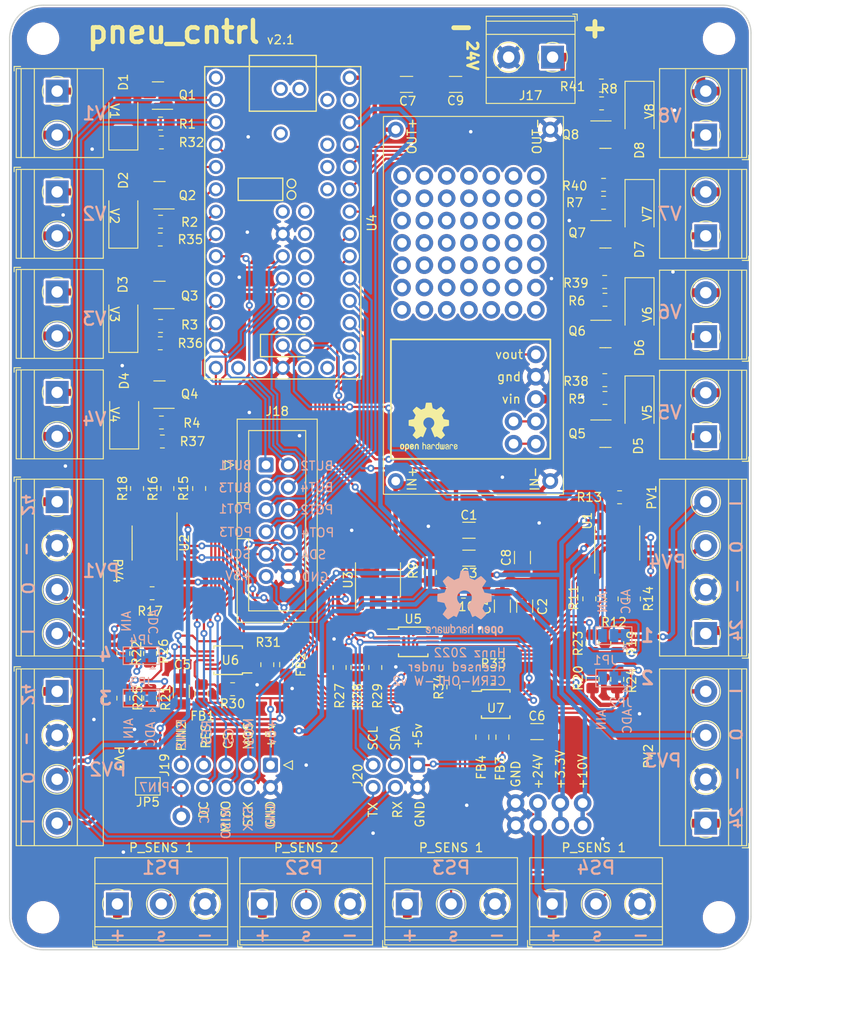
<source format=kicad_pcb>
(kicad_pcb (version 20211014) (generator pcbnew)
  (layers (0 "F.Cu" signal) (31 "B.Cu" signal) (34 "B.Paste" user) (35 "F.Paste" user) (36 "B.SilkS" user "B.Silkscreen") (37 "F.SilkS" user "F.Silkscreen") (38 "B.Mask" user) (39 "F.Mask" user) (44 "Edge.Cuts" user))
  (net 0 "")
  (net 1 "GND")
  (net 2 "/V1")
  (net 3 "/V1s")
  (net 4 "+24V")
  (net 5 "/V2s")
  (net 6 "/V3s")
  (net 7 "/V4s")
  (net 8 "/V5s")
  (net 9 "/V6s")
  (net 10 "/V7s")
  (net 11 "/V8s")
  (net 12 "/V2")
  (net 13 "/V3")
  (net 14 "/V4")
  (net 15 "/V5")
  (net 16 "/V6")
  (net 17 "/V7")
  (net 18 "/V8")
  (net 19 "/10V")
  (net 20 "/DAC_1_OUT")
  (net 21 "Net-(Q1-Pad1)")
  (net 22 "Net-(Q2-Pad1)")
  (net 23 "Net-(Q3-Pad1)")
  (net 24 "Net-(Q4-Pad1)")
  (net 25 "/DAC_2_OUT")
  (net 26 "/DAC_4_OUT")
  (net 27 "/DAC_3_OUT")
  (net 33 "/scl")
  (net 34 "/sda")
  (net 48 "Net-(Q5-Pad1)")
  (net 49 "Net-(Q6-Pad1)")
  (net 50 "Net-(Q7-Pad1)")
  (net 51 "Net-(R15-Pad1)")
  (net 52 "Net-(R17-Pad1)")
  (net 53 "/pin7")
  (net 54 "Net-(Q8-Pad1)")
  (net 55 "/POT_1")
  (net 56 "/POT_2")
  (net 57 "/POT_3")
  (net 58 "/POT_4")
  (net 59 "/BUT_4")
  (net 60 "/BUT_3")
  (net 61 "/BUT_2")
  (net 62 "/BUT_1")
  (net 63 "/PV_OUT_1")
  (net 64 "/PV_IN_1")
  (net 65 "/PV_OUT_2")
  (net 66 "/PV_IN_2")
  (net 67 "/PV_OUT_3")
  (net 68 "/PV_IN_3")
  (net 69 "/PV_OUT_4")
  (net 70 "/PV_IN_4")
  (net 71 "/VDIV_ADC_IN_1")
  (net 72 "/VDIV_uC_IN_1")
  (net 73 "/VDIV_OUT_1")
  (net 75 "+5V")
  (net 76 "/VDIV_ADC_IN_2")
  (net 77 "Net-(R29-Pad2)")
  (net 78 "Net-(R30-Pad1)")
  (net 79 "Net-(R31-Pad2)")
  (net 80 "/VDIV_uC_IN_2")
  (net 81 "/VDIV_ADC_IN_3")
  (net 82 "/VDIV_uC_IN_3")
  (net 83 "/VDIV_OUT_3")
  (net 84 "/VDIV_ADC_IN_4")
  (net 85 "/VDIV_uC_IN_4")
  (net 86 "/VDIV_OUT_4")
  (net 87 "/VDIV_OUT_2")
  (net 88 "/PS_IN_1")
  (net 89 "/PS_IN_2")
  (net 90 "/PS_IN_3")
  (net 91 "/PS_IN_4")
  (net 92 "/+3.3V")
  (net 93 "/MOSI")
  (net 94 "/CS")
  (net 95 "/MISO")
  (net 96 "/DC")
  (net 97 "/SCK")
  (net 98 "/RX")
  (net 99 "/TX")
  (net 101 "/pin2 ")
  (net 102 "/adc1_5v")
  (net 103 "/adc1gnd")
  (net 104 "/adc2_5v")
  (net 105 "Net-(FB4-Pad1)")
  (net 106 "Net-(J19-Pad10)")
  (net 109 "Net-(R34-Pad1)")
  (net 110 "Net-(R33-Pad1)")
  (net 111 "Net-(R13-Pad1)")
  (net 112 "Net-(R11-Pad1)")
  (net 113 "Net-(R10-Pad1)")
  (footprint "hnnz_custom:Pin_D1.0mm_L10.0mm" (layer "F.Cu") (at 90.424 51.562)
    (fp_text reference "p18" hide)
    (fp_text value "solderPin" hide)
  )
  (footprint "Capacitor_SMD:C_1206_3216Metric" (layer "F.Cu") (at 87.884 89.98452)
    (fp_text reference "C3")
    (fp_text value "1µ 35V")
  )
  (footprint "Resistor_SMD:R_0805_2012Metric_Pad1.20x1.40mm_HandSolder" (layer "F.Cu") (at 104.775 103.775 -90)
    (fp_text reference "R24")
    (fp_text value "1k")
  )
  (footprint "Capacitor_SMD:C_0805_2012Metric_Pad1.18x1.45mm_HandSolder" (layer "F.Cu") (at 57.404 105.41 90)
    (fp_text reference "FB1")
    (fp_text value "FerriteBead")
  )
  (footprint "Package_SO:MSOP-10_3x3mm_P0.5mm" (layer "F.Cu") (at 81.534 99.50952)
    (fp_text reference "U5")
    (fp_text value "MCP4728")
  )
  (footprint "Resistor_SMD:R_0805_2012Metric_Pad1.20x1.40mm_HandSolder" (layer "F.Cu") (at 83.439 91.61952 -90)
    (fp_text reference "R9")
    (fp_text value "270")
  )
  (footprint "hnnz_custom:Pin_D1.0mm_L10.0mm" (layer "F.Cu") (at 80.264 61.722)
    (fp_text reference "p42" hide)
    (fp_text value "solderPin" hide)
  )
  (footprint "hnnz_custom:Pin_D1.0mm_L10.0mm" (layer "F.Cu") (at 85.344 56.642)
    (fp_text reference "p30" hide)
    (fp_text value "solderPin" hide)
  )
  (footprint "Package_TO_SOT_SMD:SOT-23" (layer "F.Cu") (at 52.6301 60.028666 180)
    (fp_text reference "Q3")
    (fp_text value "BSS138")
  )
  (footprint "hnnz_custom:Pin_D1.0mm_L10.0mm" (layer "F.Cu") (at 95.504 76.962)
    (fp_text reference "p53" hide)
    (fp_text value "solderPin" hide)
  )
  (footprint "hnnz_custom:Pin_D1.0mm_L10.0mm" (layer "F.Cu") (at 82.804 49.022)
    (fp_text reference "p8" hide)
    (fp_text value "solderPin" hide)
  )
  (footprint "Connector_IDC:IDC-Header_2x05_P2.54mm_Vertical" (layer "F.Cu") (at 65.278 113.538 -90)
    (fp_text reference "J19")
    (fp_text value "Conn_02x05_Odd_Even" hide)
  )
  (footprint "Connector_IDC:IDC-Header_2x06_P2.54mm_Vertical" (layer "F.Cu") (at 64.77 79.375)
    (fp_text reference "J18")
    (fp_text value "Conn_02x06_Odd_Even" hide)
  )
  (footprint "Resistor_SMD:R_0805_2012Metric_Pad1.20x1.40mm_HandSolder" (layer "F.Cu") (at 52.848 42.672)
    (fp_text reference "R32")
    (fp_text value "10k")
  )
  (footprint "Jumper:SolderJumper-2_P1.3mm_Bridged2Bar_Pad1.0x1.5mm" (layer "F.Cu") (at 51.308 115.951 180)
    (fp_text reference "JP5")
    (fp_text value "SolderJumper_2_Bridged" hide)
  )
  (footprint "hnnz_custom:Pin_D1.0mm_L10.0mm" (layer "F.Cu") (at 80.264 56.642)
    (fp_text reference "p28" hide)
    (fp_text value "solderPin" hide)
  )
  (footprint "Resistor_SMD:R_0805_2012Metric_Pad1.20x1.40mm_HandSolder" (layer "F.Cu") (at 52.848 74.549)
    (fp_text reference "R4")
    (fp_text value "1k")
  )
  (footprint "Diode_SMD:D_SMA" (layer "F.Cu") (at 48.514 40.132 90)
    (fp_text reference "D1")
    (fp_text value "1N4001")
  )
  (footprint "hnnz_custom:Pin_D1.0mm_L10.0mm" (layer "F.Cu") (at 80.264 51.562)
    (fp_text reference "p14" hide)
    (fp_text value "solderPin" hide)
  )
  (footprint "Capacitor_SMD:C_1206_3216Metric" (layer "F.Cu") (at 87.884 86.80952)
    (fp_text reference "C1")
    (fp_text value "100n 35V")
  )
  (footprint "Resistor_SMD:R_0805_2012Metric_Pad1.20x1.40mm_HandSolder" (layer "F.Cu") (at 48.514 105.918 -90)
    (fp_text reference "R25")
    (fp_text value "1k")
  )
  (footprint "Package_SO:SOIC-8_3.9x4.9mm_P1.27mm" (layer "F.Cu") (at 104.775 88.265 90)
    (fp_text reference "U1")
    (fp_text value "LM358")
  )
  (footprint "Resistor_SMD:R_0805_2012Metric_Pad1.20x1.40mm_HandSolder" (layer "F.Cu") (at 52.959 76.708)
    (fp_text reference "R37")
    (fp_text value "10k")
  )
  (footprint "hnnz_custom:Pin_D1.0mm_L10.0mm" (layer "F.Cu") (at 92.964 46.482)
    (fp_text reference "p5" hide)
    (fp_text value "solderPin" hide)
  )
  (footprint "Resistor_SMD:R_0805_2012Metric_Pad1.20x1.40mm_HandSolder" (layer "F.Cu") (at 73.152 102.43052 -90)
    (fp_text reference "R27")
    (fp_text value "4k7")
  )
  (footprint "Resistor_SMD:R_0805_2012Metric_Pad1.20x1.40mm_HandSolder" (layer "F.Cu") (at 52.753 40.523)
    (fp_text reference "R1")
    (fp_text value "1k")
  )
  (footprint "Resistor_SMD:R_0805_2012Metric_Pad1.20x1.40mm_HandSolder" (layer "F.Cu") (at 90.678 103.534)
    (fp_text reference "R33")
    (fp_text value "10k")
  )
  (footprint "Package_TO_SOT_SMD:SOT-23" (layer "F.Cu") (at 52.6301 48.683333 180)
    (fp_text reference "Q2")
    (fp_text value "BSS138")
  )
  (footprint "Resistor_SMD:R_0805_2012Metric_Pad1.20x1.40mm_HandSolder" (layer "F.Cu") (at 101.6 94.615 -90)
    (fp_text reference "R11")
    (fp_text value "1k")
  )
  (footprint "hnnz_custom:Pin_D1.0mm_L10.0mm" (layer "F.Cu") (at 98.298 117.856)
    (fp_text reference "p50" hide)
    (fp_text value "solderPin" hide)
  )
  (footprint "Resistor_SMD:R_0805_2012Metric_Pad1.20x1.40mm_HandSolder" (layer "F.Cu") (at 60.96 104.902 180)
    (fp_text reference "R30")
    (fp_text value "10k")
  )
  (footprint "hnnz_custom:Pin_D1.0mm_L10.0mm" (layer "F.Cu") (at 90.424 61.722)
    (fp_text reference "p46" hide)
    (fp_text value "solderPin" hide)
  )
  (footprint "hnnz_custom:Pin_D1.0mm_L10.0mm" (layer "F.Cu") (at 82.804 51.562)
    (fp_text reference "p15" hide)
    (fp_text value "solderPin" hide)
  )
  (footprint "TerminalBlock_Phoenix:TerminalBlock_Phoenix_MKDS-1,5-2_1x02_P5.00mm_Horizontal" (layer "F.Cu") (at 97.409 32.969 180)
    (fp_text reference "J17")
    (fp_text value "POWER TERMINAL")
  )
  (footprint "Capacitor_SMD:C_1206_3216Metric" (layer "F.Cu") (at 86.36 36.068 180)
    (fp_text reference "C9")
    (fp_text value "?")
  )
  (footprint "hnnz_custom:LM2596 DC-DC" (layer "F.Cu") (at 79.642 81.214 90)
    (fp_text reference "dcdc1" hide)
    (fp_text value "lm2596_dcdc" hide)
  )
  (footprint "hnnz_custom:Pin_D1.0mm_L10.0mm" (layer "F.Cu") (at 95.504 71.882 180)
    (fp_text reference "TP6" hide)
    (fp_text value "+24V" hide)
  )
  (footprint "hnnz_custom:Pin_D1.0mm_L10.0mm" (layer "F.Cu") (at 82.804 46.482)
    (fp_text reference "p1" hide)
    (fp_text value "solderPin" hide)
  )
  (footprint "Package_SO:TSSOP-10_3x3mm_P0.5mm" (layer "F.Cu") (at 90.932 106.582)
    (fp_text reference "U7")
    (fp_text value "ADS1115IDGS")
  )
  (footprint "hnnz_custom:Pin_D1.0mm_L10.0mm" (layer "F.Cu") (at 90.424 49.022)
    (fp_text reference "p11" hide)
    (fp_text value "solderPin" hide)
  )
  (footprint "Diode_SMD:D_SMA" (layer "F.Cu") (at 48.514 51.308 90)
    (fp_text reference "D2")
    (fp_text value "1N4001")
  )
  (footprint "Resistor_SMD:R_0805_2012Metric_Pad1.20x1.40mm_HandSolder" (layer "F.Cu") (at 75.184 102.43052 -90)
    (fp_text reference "R28")
    (fp_text value "4k7")
  )
  (footprint "Resistor_SMD:R_0805_2012Metric_Pad1.20x1.40mm_HandSolder" (layer "F.Cu") (at 52.721 53.721)
    (fp_text reference "R35")
    (fp_text value "10k")
  )
  (footprint "hnnz_custom:Pin_D1.0mm_L10.0mm" (layer "F.Cu") (at 92.964 56.642)
    (fp_text reference "p33" hide)
    (fp_text value "solderPin" hide)
  )
  (footprint "Package_TO_SOT_SMD:SOT-23" (layer "F.Cu") (at 52.6301 71.374 180)
    (fp_text reference "Q4")
    (fp_text value "BSS138")
  )
  (footprint "Diode_SMD:D_SMA" (layer "F.Cu") (at 107.315 50.292 -90)
    (fp_text reference "D7")
    (fp_text value "1N4001")
  )
  (footprint "MountingHole:MountingHole_3.2mm_M3" (layer "F.Cu") (at 39.37 130.861)
    (fp_text reference "REF**2" hide)
    (fp_text value "MountingHole_3.2mm_M3" hide)
  )
  (footprint "Resistor_SMD:R_0805_2012Metric_Pad1.20x1.40mm_HandSolder" (layer "F.Cu") (at 50.0734 82.058 90)
    (fp_text reference "R18")
    (fp_text value "1k")
  )
  (footprint "Capacitor_SMD:C_1206_3216Metric" (layer "F.Cu") (at 55.118 105.156 -90)
    (fp_text reference "C5")
    (fp_text value "1uF")
  )
  (footprint "TerminalBlock_Phoenix:TerminalBlock_Phoenix_MKDS-1,5-2_1x02_P5.00mm_Horizontal" (layer "F.Cu") (at 114.859 64.77 90)
    (fp_text reference "J6" hide)
    (fp_text value "Screw_term.")
  )
  (footprint "TerminalBlock_Phoenix:TerminalBlock_Phoenix_MKDS-1,5-2_1x02_P5.00mm_Horizontal" (layer "F.Cu") (at 40.97 48.3 -90)
    (fp_text reference "J2" hide)
    (fp_text value "Screw_term.")
  )
  (footprint "TerminalBlock_Phoenix:TerminalBlock_Phoenix_MKDS-1,5-3_1x03_P5.00mm_Horizontal" (layer "F.Cu") (at 80.852 129.337)
    (fp_text reference "J15" hide)
    (fp_text value "Screw_Terminal_01x04" hide)
  )
  (footprint "hnnz_custom:Pin_D1.0mm_L10.0mm" (layer "F.Cu") (at 80.264 49.022)
    (fp_text reference "p7" hide)
    (fp_text value "solderPin" hide)
  )
  (footprint "hnnz_custom:Pin_D1.0mm_L10.0mm" (layer "F.Cu") (at 87.884 49.022)
    (fp_text reference "p10" hide)
    (fp_text value "solderPin" hide)
  )
  (footprint "Diode_SMD:D_SMA" (layer "F.Cu") (at 107.315 61.468 -90)
    (fp_text reference "D6")
    (fp_text value "1N4001")
  )
  (footprint "hnnz_custom:Pin_D1.0mm_L10.0mm" (layer "F.Cu") (at 85.344 51.562)
    (fp_text reference "p16" hide)
    (fp_text value "solderPin" hide)
  )
  (footprint "hnnz_custom:Pin_D1.0mm_L10.0mm" (layer "F.Cu") (at 95.504 54.102)
    (fp_text reference "p27" hide)
    (fp_text value "solderPin" hide)
  )
  (footprint "hnnz_custom:Pin_D1.0mm_L10.0mm" (layer "F.Cu") (at 98.298 117.856)
    (fp_text reference "TP1" hide)
    (fp_text value "+3V" hide)
  )
  (footprint "TerminalBlock_Phoenix:TerminalBlock_Phoenix_MKDS-1,5-2_1x02_P5.00mm_Horizontal" (layer "F.Cu") (at 40.97 59.69 -90)
    (fp_text reference "J3" hide)
    (fp_text value "Screw_term.")
  )
  (footprint "hnnz_custom:Pin_D1.0mm_L10.0mm" (layer "F.Cu") (at 87.884 54.102)
    (fp_text reference "p24" hide)
    (fp_text value "solderPin" hide)
  )
  (footprint "hnnz_custom:Pin_D1.0mm_L10.0mm" (layer "F.Cu") (at 93.200928 117.856)
    (fp_text reference "TP7" hide)
    (fp_text value "GND" hide)
  )
  (footprint "Resistor_SMD:R_0805_2012Metric_Pad1.20x1.40mm_HandSolder" (layer "F.Cu") (at 103.21886 47.49902 180)
    (fp_text reference "R40")
    (fp_text value "10k")
  )
  (footprint "hnnz_custom:Pin_D1.0mm_L10.0mm" (layer "F.Cu") (at 80.264 59.182)
    (fp_text reference "p35" hide)
    (fp_text value "solderPin" hide)
  )
  (footprint "hnnz_custom:Pin_D1.0mm_L10.0mm" (layer "F.Cu") (at 85.344 46.482)
    (fp_text reference "p2" hide)
    (fp_text value "solderPin" hide)
  )
  (footprint "TerminalBlock_Phoenix:TerminalBlock_Phoenix_MKDS-1,5-4_1x04_P5.00mm_Horizontal" (layer "F.Cu") (at 114.859 98.559 90)
    (fp_text reference "J9" hide)
    (fp_text value "Screw_Terminal_01x04")
  )
  (footprint "hnnz_custom:Pin_D1.0mm_L10.0mm" (layer "F.Cu") (at 85.344 49.022)
    (fp_text reference "p9" hide)
    (fp_text value "solderPin" hide)
  )
  (footprint "hnnz_custom:Pin_D1.0mm_L10.0mm" (layer "F.Cu") (at 90.424 56.642)
    (fp_text reference "p32" hide)
    (fp_text value "solderPin" hide)
  )
  (footprint "Resistor_SMD:R_0805_2012Metric_Pad1.20x1.40mm_HandSolder" (layer "F.Cu") (at 103.36186 69.72402 180)
    (fp_text reference "R38")
    (fp_text value "10k")
  )
  (footprint "TerminalBlock_Phoenix:TerminalBlock_Phoenix_MKDS-1,5-2_1x02_P5.00mm_Horizontal" (layer "F.Cu") (at 40.97 36.83 -90)
    (fp_text reference "J1" hide)
    (fp_text value "Screw_term.")
  )
  (footprint "hnnz_custom:Pin_D1.0mm_L10.0mm" (layer "F.Cu") (at 85.344 54.102)
    (fp_text reference "p23" hide)
    (fp_text value "solderPin" hide)
  )
  (footprint "hnnz_custom:Pin_D1.0mm_L10.0mm" (layer "F.Cu") (at 92.964 61.722)
    (fp_text reference "p47" hide)
    (fp_text value "solderPin" hide)
  )
  (footprint "Capacitor_SMD:C_1206_3216Metric" (layer "F.Cu") (at 94.234 95.44552 90)
    (fp_text reference "C2")
    (fp_text value "10uF")
  )
  (footprint "hnnz_custom:Pin_D1.0mm_L10.0mm" (layer "F.Cu") (at 95.504 69.342)
    (fp_text reference "REF**" hide)
    (fp_text value "solderPin" hide)
  )
  (footprint "hnnz_custom:Pin_D1.0mm_L10.0mm" (layer "F.Cu") (at 82.804 54.102)
    (fp_text reference "p22" hide)
    (fp_text value "solderPin" hide)
  )
  (footprint "hnnz_custom:Pin_D1.0mm_L10.0mm" (layer "F.Cu") (at 95.758 117.856)
    (fp_text reference "p49" hide)
    (fp_text value "solderPin" hide)
  )
  (footprint "TerminalBlock_Phoenix:TerminalBlock_Phoenix_MKDS-1,5-3_1x03_P5.00mm_Horizontal" (layer "F.Cu") (at 97.362 129.337)
    (fp_text reference "J16" hide)
    (fp_text value "Screw_Terminal_01x04" hide)
  )
  (footprint "Resistor_SMD:R_0805_2012Metric_Pad1.20x1.40mm_HandSolder" (layer "F.Cu") (at 52.753 51.699)
    (fp_text reference "R2")
    (fp_text value "1k")
  )
  (footprint "hnnz_custom:Pin_D1.0mm_L10.0mm" (layer "F.Cu") (at 95.504 46.482)
    (fp_text reference "p6" hide)
    (fp_text value "solderPin" hide)
  )
  (footprint "hnnz_custom:Pin_D1.0mm_L10.0mm" (layer "F.Cu") (at 95.504 49.022)
    (fp_text reference "p13" hide)
    (fp_text value "solderPin" hide)
  )
  (footprint "hnnz_custom:Pin_D1.0mm_L10.0mm" (layer "F.Cu") (at 93.200928 117.856)
    (fp_text reference "TP6" hide)
    (fp_text value "+24V" hide)
  )
  (footprint "hnnz_custom:Pin_D1.0mm_L10.0mm" (layer "F.Cu") (at 80.264 54.102)
    (fp_text reference "p21" hide)
    (fp_text value "solderPin" hide)
  )
  (footprint "hnnz_custom:Pin_D1.0mm_L10.0mm" (layer "F.Cu") (at 55.118 119.38)
    (fp_text reference "p" hide)
    (fp_text value "solderPin" hide)
  )
  (footprint "hnnz_custom:Pin_D1.0mm_L10.0mm" (layer "F.Cu") (at 92.964 51.562)
    (fp_text reference "p19" hide)
    (fp_text value "solderPin" hide)
  )
  (footprint "hnnz_custom:Pin_D1.0mm_L10.0mm" (layer "F.Cu") (at 85.344 61.722)
    (fp_text reference "p44" hide)
    (fp_text value "solderPin" hide)
  )
  (footprint "Resistor_SMD:R_0805_2012Metric_Pad1.20x1.40mm_HandSolder" (layer "F.Cu") (at 51.562 105.918 90)
    (fp_text reference "R21")
    (fp_text value "1k")
  )
  (footprint "Capacitor_SMD:C_1206_3216Metric" (layer "F.Cu") (at 93.98 89.916 90)
    (fp_text reference "C8")
    (fp_text value "?")
  )
  (footprint "Package_TO_SOT_SMD:SOT-23" (layer "F.Cu") (at 103.4315 64.473666)
    (fp_text reference "Q6")
    (fp_text value "BSS138")
  )
  (footprint "MountingHole:MountingHole_3.2mm_M3" (layer "F.Cu") (at 116.37 30.861)
    (fp_text reference "REF**1" hide)
    (fp_text value "MountingHole_3.2mm_M3" hide)
  )
  (footprint "Resistor_SMD:R_0805_2012Metric_Pad1.20x1.40mm_HandSolder" (layer "F.Cu") (at 101.965 99.695 90)
    (fp_text reference "R23")
    (fp_text value "1k")
  )
  (footprint "Resistor_SMD:R_0805_2012Metric_Pad1.20x1.40mm_HandSolder" (layer "F.Cu") (at 106.68 94.615 -90)
    (fp_text reference "R14")
    (fp_text value "1k")
  )
  (footprint "Resistor_SMD:R_0805_2012Metric_Pad1.20x1.40mm_HandSolder" (layer "F.Cu") (at 52.721 65.532)
    (fp_text reference "R36")
    (fp_text value "10k")
  )
  (footprint "Diode_SMD:D_SMA" (layer "F.Cu") (at 48.514 63.16803 90)
    (fp_text reference "D3")
    (fp_text value "1N4001")
  )
  (footprint "hnnz_custom:Pin_D1.0mm_L10.0mm" (layer "F.Cu") (at 95.504 51.562)
    (fp_text reference "p20" hide)
    (fp_text value "solderPin" hide)
  )
  (footprint "TerminalBlock_Phoenix:TerminalBlock_Phoenix_MKDS-1,5-4_1x04_P5.00mm_Horizontal" (layer "F.Cu") (at 114.859 120.149 90)
    (fp_text reference "J10" hide)
    (fp_text value "Screw_Terminal_01x04")
  )
  (footprint "hnnz_custom:Pin_D1.0mm_L10.0mm" (layer "F.Cu") (at 87.884 61.722)
    (fp_text reference "p45" hide)
    (fp_text value "solderPin" hide)
  )
  (footprint "TerminalBlock_Phoenix:TerminalBlock_Phoenix_MKDS-1,5-2_1x02_P5.00mm_Horizontal" (layer "F.Cu") (at 114.859 41.83 90)
    (fp_text reference "J8" hide)
    (fp_text value "Screw_term.")
  )
  (footprint "hnnz_custom:Pin_D1.0mm_L10.0mm" (layer "F.Cu") (at 92.964 59.182)
    (fp_text reference "p40" hide)
    (fp_text value "solderPin" hide)
  )
  (footprint "hnnz_custom:Pin_D1.0mm_L10.0mm" (layer "F.Cu") (at 90.424 59.182)
    (fp_text reference "p39" hide)
    (fp_text value "solderPin" hide)
  )
  (footprint "hnnz_custom:Pin_D1.0mm_L10.0mm" (layer "F.Cu") (at 87.884 46.482)
    (fp_text reference "p3" hide)
    (fp_text value "solderPin" hide)
  )
  (footprint "Package_TO_SOT_SMD:SOT-23" (layer "F.Cu") (at 52.4576 37.338 180)
    (fp_text reference "Q1")
    (fp_text value "BSS138")
  )
  (footprint "Resistor_SMD:R_0805_2012Metric_Pad1.20x1.40mm_HandSolder" (layer "F.Cu") (at 77.216 102.43052 90)
    (fp_text reference "R29")
    (fp_text value "4k7")
  )
  (footprint "hnnz_custom:Pin_D1.0mm_L10.0mm" (layer "F.Cu") (at 92.964 54.102)
    (fp_text reference "p26" hide)
    (fp_text value "solderPin" hide)
  )
  (footprint "hnnz_custom:Pin_D1.0mm_L10.0mm" (layer "F.Cu") (at 87.884 56.642)
    (fp_text reference "p31" hide)
    (fp_text value "solderPin" hide)
  )
  (footprint "Package_SO:SOIC-8_3.9x4.9mm_P1.27mm" (layer "F.Cu") (at 77.5208 92.456 90)
    (fp_text reference "U3")
    (fp_text value "LM317_TO-220")
  )
  (footprint "hnnz_custom:Pin_D1.0mm_L10.0mm" (layer "F.Cu") (at 90.424 54.102)
    (fp_text reference "p25" hide)
    (fp_text value "solderPin" hide)
  )
  (footprint "Resistor_SMD:R_0805_2012Metric_Pad1.20x1.40mm_HandSolder" (layer "F.Cu") (at 103.378 60.579 180)
    (fp_text reference "R6")
    (fp_text value "1k")
  )
  (footprint "Resistor_SMD:R_0805_2012Metric_Pad1.20x1.40mm_HandSolder" (layer "F.Cu") (at 102.992 38.227 180)
    (fp_text reference "R8")
    (fp_text value "1k")
  )
  (footprint "hnnz_custom:Pin_D1.0mm_L10.0mm" (layer "F.Cu") (at 87.884 51.562)
    (fp_text reference "p17" hide)
    (fp_text value "solderPin" hide)
  )
  (footprint "Resistor_SMD:R_0805_2012Metric_Pad1.20x1.40mm_HandSolder" (layer "F.Cu") (at 103.34586 58.54802 180)
    (fp_text reference "R39")
    (fp_text value "10k")
  )
  (footprint "hnnz_custom:Teensy30_31_32_All_Pins" (layer "F.Cu") (at 66.675 51.816 -90)
    (fp_text reference "U4")
    (fp_text value "Teensy3.2")
  )
  (footprint "Capacitor_SMD:C_1206_3216Metric" (layer "F.Cu") (at 91.694 95.44552 90)
    (fp_text reference "C4")
    (fp_text value "0,1uF")
  )
  (footprint "hnnz_custom:Pin_D1.0mm_L10.0mm" (layer "F.Cu") (at 90.424 46.482)
    (fp_text reference "p4" hide)
    (fp_text value "solderPin" hide)
  )
  (footprint "MountingHole:MountingHole_3.2mm_M3" (layer "F.Cu") (at 116.37 130.861)
    (fp_text reference "REF**3" hide)
    (fp_text value "MountingHole_3.2mm_M3" hide)
  )
  (footprint "Package_SO:TSSOP-10_3x3mm_P0.5mm" (layer "F.Cu") (at 60.452 101.6 180)
    (fp_text reference "U6")
    (fp_text value "ADS1115IDGS")
  )
  (footprint "hnnz_custom:Pin_D1.0mm_L10.0mm" (layer "F.Cu") (at 82.804 56.642)
    (fp_text reference "p29" hide)
    (fp_text value "solderPin" hide)
  )
  (footprint "Capacitor_SMD:C_0805_2012Metric_Pad1.18x1.45mm_HandSolder" (layer "F.Cu") (at 67.056 102.108 -90)
    (fp_text reference "FB2")
    (fp_text value "FerriteBead")
  )
  (footprint "Resistor_SMD:R_0805_2012Metric_Pad1.20x1.40mm_HandSolder" (layer "F.Cu") (at 51.7906 93.98)
    (fp_text reference "R17")
    (fp_text value "1k")
  )
  (footprint "hnnz_custom:Pin_D1.0mm_L10.0mm" (layer "F.Cu") (at 95.504 74.422)
    (fp_text reference "p" hide)
    (fp_text value "solderPin" hide)
  )
  (footprint "Resistor_SMD:R_0805_2012Metric_Pad1.20x1.40mm_HandSolder" (layer "F.Cu") (at 102.96486 36.19602 180)
    (fp_text reference "R41")
    (fp_text value "10k")
  )
  (footprint "Capacitor_SMD:C_1206_3216Metric" (layer "F.Cu") (at 80.772 36.068)
    (fp_text reference "C7")
    (fp_text value "?")
  )
  (footprint "Package_TO_SOT_SMD:SOT-23" (layer "F.Cu") (at 103.4315 75.819)
    (fp_text reference "Q5")
    (fp_text value "BSS138")
  )
  (footprint "Resistor_SMD:R_0805_2012Metric_Pad1.20x1.40mm_HandSolder" (layer "F.Cu") (at 103.21886 49.53102 180)
    (fp_text reference "R7")
    (fp_text value "1k")
  )
  (footprint "Package_TO_SOT_SMD:SOT-23" (layer "F.Cu") (at 103.4315 53.128333)
    (fp_text reference "Q7")
    (fp_text value "BSS138")
  )
  (footprint "Diode_SMD:D_SMA" (layer "F.Cu") (at 107.315 39.116 -90)
    (fp_text reference "D8")
    (fp_text value "1N4001")
  )
  (footprint "Resistor_SMD:R_0805_2012Metric_Pad1.20x1.40mm_HandSolder" (layer "F.Cu") (at 64.912 102.108 -90)
    (fp_text reference "R31")
    (fp_text value "10k")
  )
  (footprint "Resistor_SMD:R_0805_2012Metric_Pad1.20x1.40mm_HandSolder" (layer "F.Cu") (at 48.514 100.838 -90)
    (fp_text reference "R22")
    (fp_text value "1k")
  )
  (footprint "hnnz_custom:Pin_D1.0mm_L10.0mm" (layer "F.Cu") (at 92.964 76.962)
    (fp_text reference "p54" hide)
    (fp_text value "solderPin" hide)
  )
  (footprint "Resistor_SMD:R_0805_2012Metric_Pad1.20x1.40mm_HandSolder" (layer "F.Cu") (at 51.562 100.838 90)
    (fp_text reference "R26")
    (fp_text value "1k")
  )
  (footprint "TerminalBlock_Phoenix:TerminalBlock_Phoenix_MKDS-1,5-3_1x03_P5.00mm_Horizontal" (layer "F.Cu") (at 64.342 129.337)
    (fp_text reference "J14" hide)
    (fp_text value "Screw_Terminal_01x04" hide)
  )
  (footprint "hnnz_custom:Pin_D1.0mm_L10.0mm" (layer "F.Cu") (at 95.504 56.642)
    (fp_text reference "p34" hide)
    (fp_text value "solderPin" hide)
  )
  (footprint "TerminalBlock_Phoenix:TerminalBlock_Phoenix_MKDS-1,5-4_1x04_P5.00mm_Horizontal" (layer "F.Cu") (at 40.97 105.149 -90)
    (fp_text reference "J11" hide)
    (fp_text value "Screw_Terminal_01x04")
  )
  (footprint "TerminalBlock_Phoenix:TerminalBlock_Phoenix_MKDS-1,5-3_1x03_P5.00mm_Horizontal" (layer "F.Cu") (at 47.832 129.337)
    (fp_text reference "J13" hide)
    (fp_text value "Screw_Terminal_01x04" hide)
  )
  (footprint "Capacitor_SMD:C_0805_2012Metric_Pad1.18x1.45mm_HandSolder" (layer "F.Cu") (at 91.694 110.363 90)
    (fp_text reference "FB3")
    (fp_text value "FerriteBead")
  )
  (footprint "Capacitor_SMD:C_1206_3216Metric" (layer "F.Cu") (at 95.631 109.728 180)
    (fp_text reference "C6")
    (fp_text value "1uF")
  )
  (footprint "Resistor_SMD:R_0805_2012Metric_Pad1.20x1.40mm_HandSolder" (layer "F.Cu") (at 57.15 82.058 -90)
    (fp_text reference "R15")
    (fp_text value "1k")
  )
  (footprint "Symbol:OSHW-Logo2_7.3x6mm_SilkScreen" (layer "F.Cu") (at 83.312 75.057)
    (fp_text reference "REF**" hide)
    (fp_text value "OSHW-Logo2_7.3x6mm_SilkScreen" hide)
  )
  (footprint "hnnz_custom:Pin_D1.0mm_L10.0mm" (layer "F.Cu") (at 93.218 117.856)
    (fp_text reference "p" hide)
    (fp_text value "solderPin" hide)
  )
  (footprint "TerminalBlock_Phoenix:TerminalBlock_Phoenix_MKDS-1,5-2_1x02_P5.00mm_Horizontal" (layer "F.Cu") (at 40.97 71.12 -90)
    (fp_text reference "J4" hide)
    (fp_text value "Screw_term.")
  )
  (footprint "Resistor_SMD:R_0805_2012Metric_Pad1.20x1.40mm_HandSolder" (layer "F.Cu") (at 105.045 83.058 180)
    (fp_text reference "R13")
    (fp_text value "1k")
  )
  (footprint "Package_TO_SOT_SMD:SOT-23" (layer "F.Cu") (at 103.4315 41.783)
    (fp_text reference "Q8")
    (fp_text value "BSS138")
  )
  (footprint "Resistor_SMD:R_0805_2012Metric_Pad1.20x1.40mm_HandSolder" (layer "F.Cu") (at 104.775 99.695 -90)
    (fp_text reference "R19")
    (fp_text value "1k")
  )
  (footprint "TerminalBlock_Phoenix:TerminalBlock_Phoenix_MKDS-1,5-4_1x04_P5.00mm_Horizontal" (layer "F.Cu") (at 40.97 83.559 -90)
    (fp_text reference "J12" hide)
    (fp_text value "Screw_Terminal_01x04")
  )
  (footprint "Resistor_SMD:R_0805_2012Metric_Pad1.20x1.40mm_HandSolder" (layer "F.Cu") (at 53.5278 82.058 90)
    (fp_text reference "R16")
    (fp_text value "1k")
  )
  (footprint "hnnz_custom:Pin_D1.0mm_L10.0mm" (layer "F.Cu") (at 87.884 59.182)
    (fp_text reference "p38" hide)
    (fp_text value "solderPin" hide)
  )
  (footprint "hnnz_custom:Pin_D1.0mm_L10.0mm" (layer "F.Cu") (at 82.804 59.182)
    (fp_text reference "p36" hide)
    (fp_text value "solderPin" hide)
  )
  (footprint "Resistor_SMD:R_0805_2012Metric_Pad1.20x1.40mm_HandSolder" (layer "F.Cu") (at 86.106 104.648 90)
    (fp_text reference "R34")
    (fp_text value "10k")
  )
  (footprint "hnnz_custom:Pin_D1.0mm_L10.0mm" (layer "F.Cu") (at 85.344 59.182)
    (fp_text reference "p37" hide)
    (fp_text value "solderPin" hide)
  )
  (footprint "Diode_SMD:D_SMA" (layer "F.Cu") (at 48.609 74.158 90)
    (fp_text reference "D4")
    (fp_text value "1N4001")
  )
  (footprint "Connector_IDC:IDC-Header_2x03_P2.54mm_Vertical" (layer "F.Cu") (at 82.042 113.538 -90)
    (fp_text reference "J20")
    (fp_text value "Conn_02x06_Odd_Even" hide)
  )
  (footprint "hnnz_custom:Pin_D1.0mm_L10.0mm" (layer "F.Cu") (at 92.964 74.422)
    (fp_text reference "p52" hide)
    (fp_text value "solderPin" hide)
  )
  (footprint "Resistor_SMD:R_0805_2012Metric_Pad1.20x1.40mm_HandSolder" (layer "F.Cu") (at 52.753 63.55903)
    (fp_text reference "R3")
    (fp_text value "1k")
  )
  (footprint "Capacitor_SMD:C_0805_2012Metric_Pad1.18x1.45mm_HandSolder" (layer "F.Cu") (at 89.408 110.363 -90)
    (fp_text reference "FB4")
    (fp_text value "FerriteBead")
  )
  (footprint "TerminalBlock_Phoenix:TerminalBlock_Phoenix_MKDS-1,5-2_1x02_P5.00mm_Horizontal" (layer "F.Cu") (at 114.859 76.16 90)
    (fp_text reference "J5" hide)
    (fp_text value "Screw_term.")
  )
  (footprint "MountingHole:MountingHole_3.2mm_M3" (layer "F.Cu") (at 39.37 30.861)
    (fp_text reference "REF**" hide)
    (fp_text value "MountingHole_3.2mm_M3" hide)
  )
  (footprint "Resistor_SMD:R_0805_2012Metric_Pad1.20x1.40mm_HandSolder" (layer "F.Cu") (at 103.378 71.755 180)
    (fp_text reference "R5")
    (fp_text value "1k")
  )
  (footprint "Resistor_SMD:R_0805_2012Metric_Pad1.20x1.40mm_HandSolder" (layer "F.Cu") (at 101.965 103.775 90)
    (fp_text reference "R20")
    (fp_text value "1k")
  )
  (footprint "hnnz_custom:Pin_D1.0mm_L10.0mm" (layer "F.Cu") (at 95.504 66.802)
    (fp_text reference "REF**" hide)
    (fp_text value "solderPin" hide)
  )
  (footprint "hnnz_custom:Pin_D1.0mm_L10.0mm" (layer "F.Cu") (at 95.504 61.722)
    (fp_text reference "p48" hide)
    (fp_text value "solderPin" hide)
  )
  (footprint "hnnz_custom:Pin_D1.0mm_L10.0mm" (layer "F.Cu") (at 80.264 46.482)
    (fp_text reference "p" hide)
    (fp_text value "solderPin" hide)
  )
  (footprint "hnnz_custom:Pin_D1.0mm_L10.0mm" (layer "F.Cu") (at 82.804 61.722)
    (fp_text reference "p43" hide)
    (fp_text value "solderPin" hide)
  )
  (footprint "hnnz_custom:Pin_D1.0mm_L10.0mm" (layer "F.Cu") (at 95.504 59.182)
    (fp_text reference "p41" hide)
    (fp_text value "solderPin" hide)
  )
  (footprint "hnnz_custom:Pin_D1.0mm_L10.0mm" (layer "F.Cu") (at 100.838 117.856)
    (fp_text reference "TP5" hide)
    (fp_text value "+10V" hide)
  )
  (footprint "Resistor_SMD:R_0805_2012Metric_Pad1.20x1.40mm_HandSolder" (layer "F.Cu") (at 87.249 93.79452)
    (fp_text reference "R10")
    (fp_text value "2k")
  )
  (footprint "hnnz_custom:Pin_D1.0mm_L10.0mm" (layer "F.Cu") (at 92.964 49.022)
    (fp_text reference "p12" hide)
    (fp_text value "solderPin" hide)
  )
  (footprint "Package_SO:SOIC-8_3.9x4.9mm_P1.27mm" (layer "F.Cu") (at 52.07 88.265 -90)
    (fp_text reference "U2")
    (fp_text value "LM358")
  )
  (footprint "Diode_SMD:D_SMA" (layer "F.Cu") (at 107.315 72.644 -90)
    (fp_text reference "D5")
    (fp_text value "1N4001")
  )
  (footprint "hnnz_custom:Pin_D1.0mm_L10.0mm" (layer "F.Cu") (at 100.838 117.856)
    (fp_text reference "p51" hide)
    (fp_text value "solderPin" hide)
  )
  (footprint "TerminalBlock_Phoenix:TerminalBlock_Phoenix_MKDS-1,5-2_1x02_P5.00mm_Horizontal" (layer "F.Cu") (at 114.859 53.3 90)
    (fp_text reference "J7" hide)
    (fp_text value "Screw_term.")
  )
  (footprint "Resistor_SMD:R_0805_2012Metric_Pad1.20x1.40mm_HandSolder" (layer "F.Cu") (at 104.14 94.615 -90)
    (fp_text reference "R12")
    (fp_text value "1k")
  )
  (footprint "Symbol:OSHW-Logo2_9.8x8mm_SilkScreen" (layer "B.Cu") (at 87.376 95.123 180)
    (fp_text reference "REF**" hide)
    (fp_text value "OSHW-Logo2_9.8x8mm_SilkScreen" hide)
  )
  (footprint "Jumper:SolderJumper-3_P1.3mm_Bridged12_Pad1.0x1.5mm" (layer "B.Cu") (at 104.394 103.632 180)
    (fp_text reference "JP2")
    (fp_text value "jumper")
  )
  (footprint "Jumper:SolderJumper-3_P1.3mm_Bridged12_Pad1.0x1.5mm" (layer "B.Cu") (at 50.546 105.918 180)
    (fp_text reference "JP3")
    (fp_text value "jumper")
  )
  (footprint "Jumper:SolderJumper-3_P1.3mm_Bridged12_Pad1.0x1.5mm" (layer "B.Cu") (at 104.394 98.806 180)
    (fp_text reference "JP1")
    (fp_text value "jumper")
  )
  (footprint "Jumper:SolderJumper-3_P1.3mm_Bridged12_Pad1.0x1.5mm" (layer "B.Cu") (at 50.546 101.092 180)
    (fp_text reference "JP4")
    (fp_text value "jumper")
  )
  (gr_rect (start 97.155 65.094) (end 78.994 78.683) (layer "F.SilkS") (width 0.2) (fill none))
  (gr_arc (start 120.015 130.746) (mid 118.899077 133.440077) (end 116.205 134.556) (layer "Edge.Cuts") (width 0.15))
  (gr_line (start 39.37 134.556) (end 116.205 134.556) (layer "Edge.Cuts") (width 0.15))
  (gr_line (start 35.56 30.861) (end 35.56 130.746) (layer "Edge.Cuts") (width 0.15))
  (gr_arc (start 116.84 27.051) (mid 119.085064 27.980936) (end 120.015 30.226) (layer "Edge.Cuts") (width 0.15))
  (gr_line (start 120.015 130.746) (end 120.015 30.226) (layer "Edge.Cuts") (width 0.15))
  (gr_arc (start 39.37 134.556) (mid 36.675923 133.440077) (end 35.56 130.746) (layer "Edge.Cuts") (width 0.15))
  (gr_arc (start 35.56 30.861) (mid 36.675923 28.166923) (end 39.37 27.051) (layer "Edge.Cuts") (width 0.15))
  (gr_line (start 116.84 27.051) (end 39.37 27.051) (layer "Edge.Cuts") (width 0.15))
  (gr_text "V8" (at 110.744 39.624) (layer "B.SilkS") (effects (font (size 1.5 1.5) (thickness 0.25)) (justify mirror)))
  (gr_text "3" (at 46.46 105.936) (layer "B.SilkS") (effects (font (size 1.5 1.5) (thickness 0.3)) (justify mirror)))
  (gr_text "V4" (at 45.212 74.168) (layer "B.SilkS") (effects (font (size 1.5 1.5) (thickness 0.25)) (justify mirror)))
  (gr_text "PS2" (at 69.088 125.222) (layer "B.SilkS") (effects (font (size 1.5 1.5) (thickness 0.25)) (justify mirror)))
  (gr_text "-   s   +" (at 69.342 132.842) (layer "B.SilkS") (effects (font (size 1.5 1.5) (thickness 0.25)) (justify mirror)))
  (gr_text "SCL" (at 61.66 89.536) (layer "B.SilkS") (effects (font (size 1 1)) (justify mirror)))
  (gr_text "V1" (at 45.212 39.37) (layer "B.SilkS") (effects (font (size 1.5 1.5) (thickness 0.25)) (justify mirror)))
  (gr_text "I    O   -   24" (at 37.592 112.268 270) (layer "B.SilkS") (effects (font (size 1.3 1.3) (thickness 0.25)) (justify mirror)))
  (gr_text "I    O   -   24" (at 118.364 112.776 90) (layer "B.SilkS") (effects (font (size 1.3 1.3) (thickness 0.25)) (justify mirror)))
  (gr_text "AIN" (at 103.11 95.036 90) (layer "B.SilkS") (effects (font (size 1 1)) (justify mirror)))
  (gr_text "+5V" (at 61.66 91.986) (layer "B.SilkS") (effects (font (size 1 1)) (justify mirror)))
  (gr_text "V7" (at 110.744 50.8) (layer "B.SilkS") (effects (font (size 1.5 1.5) (thickness 0.25)) (justify mirror)))
  (gr_text "GND" (at 70.36 92.136) (layer "B.SilkS") (effects (font (size 1 1)) (justify mirror)))
  (gr_text "PS3" (at 85.852 125.222) (layer "B.SilkS") (effects (font (size 1.5 1.5) (thickness 0.25)) (justify mirror)))
  (gr_text "CS" (at 60.564 110.277334 90) (layer "B.SilkS") (effects (font (size 1 1)) (justify mirror)))
  (gr_text "POT4" (at 70.66 87.086) (layer "B.SilkS") (effects (font (size 1 1)) (justify mirror)))
  (gr_text "BUT3" (at 61.26 81.986) (layer "B.SilkS") (effects (font (size 1 1)) (justify mirror)))
  (gr_text "SCK" (at 62.738 119.634 90) (layer "B.SilkS") (effects (font (size 1 1)) (justify mirror)))
  (gr_text "2" (at 108.204 103.632) (layer "B.SilkS") (effects (font (size 1.5 1.5) (thickness 0.3)) (justify mirror)))
  (gr_text "GND" (at 65.278 119.38 90) (layer "B.SilkS") (effects (font (size 1 1)) (justify mirror)))
  (gr_text "V5\n" (at 110.744 73.406) (layer "B.SilkS") (effects (font (size 1.5 1.5) (thickness 0.25)) (justify mirror)))
  (gr_text "PS4" (at 102.362 125.222) (layer "B.SilkS") (effects (font (size 1.5 1.5) (thickness 0.25)) (justify mirror)))
  (gr_text "PV1" (at 45.974 91.44) (layer "B.SilkS") (effects (font (size 1.5 1.5) (thickness 0.25)) (justify mirror)))
  (gr_text "MISO" (at 60.198 120.142 90) (layer "B.SilkS") (effects (font (size 1 1)) (justify mirror)))
  (gr_text "POT1" (at 61.26 84.386) (layer "B.SilkS") (effects (font (size 1 1)) (justify mirror)))
  (gr_text "PS1" (at 52.832 125.222) (layer "B.SilkS") (effects (font (size 1.5 1.5) (thickness 0.25)) (justify mirror)))
  (gr_text "PIN2" (at 55.118 109.982 90) (layer "B.SilkS") (effects (font (size 1 1)) (justify mirror)))
  (gr_text "POT2" (at 70.56 84.486) (layer "B.SilkS") (effects (font (size 1 1)) (justify mirror)))
  (gr_text "BUT4" (at 70.56 81.936) (layer "B.SilkS") (effects (font (size 1 1)) (justify mirror)))
  (gr_text "DC" (at 57.77 119.236476 90) (layer "B.SilkS") (effects (font (size 1 1)) (justify mirror)))
  (gr_text "V2\n" (at 45.212 50.8) (layer "B.SilkS") (effects (font (size 1.5 1.5) (thickness 0.25)) (justify mirror)))
  (gr_text "-   s   +" (at 52.832 132.842) (layer "B.SilkS") (effects (font (size 1.5 1.5) (thickness 0.25)) (justify mirror)))
  (gr_text "I    O   -   24" (at 37.592 90.678 270) (layer "B.SilkS") (effects (font (size 1.3 1.3) (thickness 0.25)) (justify mirror)))
  (gr_text "AIN" (at 49.11 109.386 90) (layer "B.SilkS") (effects (font (size 1 1)) (justify mirror)))
  (gr_text "PV2" (at 46.736 114.046) (layer "B.SilkS") (effects (font (size 1.5 1.5) (thickness 0.25)) (justify mirror)))
  (gr_text "V6" (at 110.744 61.976) (layer "B.SilkS") (effects (font (size 1.5 1.5) (thickness 0.25)) (justify mirror)))
  (gr_text "ADC" (at 51.96 97.236 90) (layer "B.SilkS") (effects (font (size 1 1)) (justify mirror)))
  (gr_text "RES" (at 58.024 109.824953 90) (layer "B.SilkS") (effects (font (size 1 1)) (justify mirror)))
  (gr_text "PV4" (at 110.49 90.424) (layer "B.SilkS") (effects (font (size 1.5 1.5) (thickness 0.25)) (justify mirror)))
  (gr_text "Hnnz 2022\nlicensed under \nCERN-OHL-W v2" (at 92.202 102.362) (layer "B.SilkS") (effects (font (size 1 1)) (justify left mirror)))
  (gr_text "PIN7" (at 52.07 116.078) (layer "B.SilkS") (effects (font (size 1 1)) (justify mirror)))
  (gr_text "AIN" (at 48.86 97.186 90) (layer "B.SilkS") (effects (font (size 1 1)) (justify mirror)))
  (gr_text "BUT2" (at 70.56 79.486) (layer "B.SilkS") (effects (font (size 1 1)) (justify mirror)))
  (gr_text "-   s   +" (at 86.106 132.842) (layer "B.SilkS") (effects (font (size 1.5 1.5) (thickness 0.25)) (justify mirror)))
  (gr_text "BUT1" (at 61.26 79.436) (layer "B.SilkS") (effects (font (size 1 1)) (justify mirror)))
  (gr_text "1" (at 108.204 98.806) (layer "B.SilkS") (effects (font (size 1.5 1.5) (thickness 0.3)) (justify mirror)))
  (gr_text "ADC" (at 105.91 108.536 90) (layer "B.SilkS") (effects (font (size 1 1)) (justify mirror)))
  (gr_text "ADC" (at 51.61 110.036 90) (layer "B.SilkS") (effects (font (size 1 1)) (justify mirror)))
  (gr_text "I    O   -   24" (at 118.364 91.44 90) (layer "B.SilkS") (effects (font (size 1.3 1.3) (thickness 0.25)) (justify mirror)))
  (gr_text "ADC" (at 105.76 94.936 90) (layer "B.SilkS") (effects (font (size 1 1)) (justify mirror)))
  (gr_text "4" (at 46.46 100.986) (layer "B.SilkS") (effects (font (size 1.5 1.5) (thickness 0.3)) (justify mirror)))
  (gr_text "AIN" (at 102.96 108.386 90) (layer "B.SilkS") (effects (font (size 1 1)) (justify mirror)))
  (gr_text "SDA" (at 70.21 89.586) (layer "B.SilkS") (effects (font (size 1 1)) (justify mirror)))
  (gr_text "POT3" (at 61.31 87.036) (layer "B.SilkS") (effects (font (size 1 1)) (justify mirror)))
  (gr_text "V3" (at 45.212 62.738) (layer "B.SilkS") (effects (font (size 1.5 1.5) (thickness 0.25)) (justify mirror)))
  (gr_text "+5v" (at 65.39 109.777334 90) (layer "B.SilkS") (effects (font (size 1 1)) (justify mirror)))
  (gr_text "MOSI" (at 62.85 109.982 90) (layer "B.SilkS") (effects (font (size 1 1)) (justify mirror)))
  (gr_text "PV3" (at 109.982 113.03) (layer "B.SilkS") (effects (font (size 1.5 1.5) (thickness 0.25)) (justify mirror)))
  (gr_text "-   s   +" (at 102.484284 132.841467) (layer "B.SilkS") (effects (font (size 1.5 1.5) (thickness 0.25)) (justify mirror)))
  (gr_text "V5" (at 108.204 73.406 90) (layer "F.SilkS") (effects (font (size 1 1))))
  (gr_text "-" (at 86.995 29.464) (layer "F.SilkS") (effects (font (size 2.2 2.2) (thickness 0.55))))
  (gr_text "CS" (at 60.452 110.744 90) (layer "F.SilkS") (effects (font (size 1 1))))
  (gr_text "+5v" (at 82.042 110.236 90) (layer "F.SilkS") (effects (font (size 1 1))))
  (gr_text "V7" (at 108.204 50.8 90) (layer "F.SilkS") (effects (font (size 1 1))))
  (gr_text "vin" (at 92.71 71.882) (layer "F.SilkS") (effects (font (size 1 1))))
  (gr_text "DC" (at 57.658 118.618 90) (layer "F.SilkS") (effects (font (size 1 1))))
  (gr_text "+10V" (at 100.838 114.3 90) (layer "F.SilkS") (effects (font (size 1 1))))
  (gr_text "pneu_cntrl" (at 54.229 30.099) (layer "F.SilkS") (effects (font (size 2.5 2.5) (thickness 0.5))))
  (gr_text "PV1" (at 108.712 83.058 90) (layer "F.SilkS") (effects (font (size 1 1))))
  (gr_text "GND" (at 65.278 119.126 90) (layer "F.SilkS") (effects (font (size 1 1))))
  (gr_text "+3.3V" (at 98.298 114.046 90) (layer "F.SilkS") (effects (font (size 1 1))))
  (gr_text "gnd" (at 92.456 69.342) (layer "F.SilkS") (effects (font (size 1 1))))
  (gr_text "V3" (at 47.498 62.23 270) (layer "F.SilkS") (effects (font (size 1 1))))
  (gr_text "PV4" (at 47.879 91.44 270) (layer "F.SilkS") (effects (font (size 1 1))))
  (gr_text "V6" (at 108.204 62.23 90) (layer "F.SilkS") (effects (font (size 1 1))))
  (gr_text "V4" (at 47.498 73.66 270) (layer "F.SilkS") (effects (font (size 1 1))))
  (gr_text "MOSI" (at 62.738 109.982 90) (layer "F.SilkS") (effects (font (size 1 1))))
  (gr_text "V8" (at 108.458 39.116 90) (layer "F.SilkS") (effects (font (size 1 1))))
  (gr_text "MISO" (at 60.198 119.38 90) (layer "F.SilkS") (effects (font (size 1 1))))
  (gr_text "P_SENS 1" (at 102.108 122.936) (layer "F.SilkS") (effects (font (size 1 1))))
  (gr_text "SCL\n" (at 76.962 110.49 90) (layer "F.SilkS") (effects (font (size 1 1))))
  (gr_text "P_SENS 1" (at 52.832 122.936) (layer "F.SilkS") (effects (font (size 1 1))))
  (gr_text "24V" (at 88.265 32.766 270) (layer "F.SilkS") (effects (font (size 1.2 1.2) (thickness 0.3))))
  (gr_text "GND" (at 93.218 114.554 90) (layer "F.SilkS") (effects (font (size 1 1))))
  (gr_text "RX" (at 79.756 118.618 90) (layer "F.SilkS") (effects (font (size 1 1))))
  (gr_text "+24V" (at 95.758 114.3 90) (layer "F.SilkS") (effects (font (size 1 1))))
  (gr_text "V1" (at 47.498 39.116 270) (layer "F.SilkS") (effects (font (size 1 1))))
  (gr_text "PIN2" (at 55.118 110.236 90) (layer "F.SilkS") (effects (font (size 1 1))))
  (gr_text "PV2" (at 108.331 112.522 90) (layer "F.SilkS") (effects (font (size 1 1))))
  (gr_text "SDA" (at 79.502 110.49 90) (layer "F.SilkS") (effects (font (size 1 1))))
  (gr_text "RES" (at 57.912 110.236 90) (layer "F.SilkS") (effects (font (size 1 1))))
  (gr_text "V2" (at 47.498 51.054 270) (layer "F.SilkS") (effects (font (size 1 1))))
  (gr_text "+" (at 102.235 29.591) (layer "F.SilkS") (effects (font (size 2.2 2.2) (thickness 0.55))))
  (gr_text "SCK" (at 62.738 119.126 90) (layer "F.SilkS") (effects (font (size 1 1))))
  (gr_text "+5v" (at 65.278 110.236 90) (layer "F.SilkS") (effects (font (size 1 1))))
  (gr_text "PV3" (at 48.006 112.776 270) (layer "F.SilkS") (effects (font (size 1 1))))
  (gr_text "P_SENS 2" (at 69.342 122.936) (layer "F.SilkS") (effects (font (size 1 1))))
  (gr_text "TX" (at 76.962 118.618 90) (layer "F.SilkS") (effects (font (size 1 1))))
  (gr_text "vout" (at 92.456 66.802) (layer "F.SilkS") (effects (font (size 1 1))))
  (gr_text "v2.1" (at 64.77 30.988) (layer "F.SilkS") (effects (font (size 1 1)) (justify left)))
  (gr_text "GND" (at 82.296 119.126 90) (layer "F.SilkS") (effects (font (size 1 1))))
  (gr_text "P_SENS 1" (at 85.852 122.936) (layer "F.SilkS") (effects (font (size 1 1))))
  (segment (start 92.964 76.962) (end 95.504 76.962) (width 0.25) (layer "F.Cu") (net 0))
  (segment (start 92.964 74.422) (end 95.504 74.422) (width 0.25) (layer "F.Cu") (net 0))
  (via (at 83.2612 86.36) (size 0.8) (drill 0.4) (layers "F.Cu" "B.Cu") (net 1))
  (via (at 41.91 79.502) (size 0.8) (drill 0.4) (layers "F.Cu" "B.Cu") (net 1))
  (via (at 72.517 99.187) (size 0.8) (drill 0.4) (layers "F.Cu" "B.Cu") (net 1))
  (via (at 69.342 113.538) (size 0.8) (drill 0.4) (layers "F.Cu" "B.Cu") (net 1))
  (via (at 41.656 50.927) (size 0.8) (drill 0.4) (layers "F.Cu" "B.Cu") (net 1))
  (via (at 62.865 73.406) (size 0.8) (drill 0.4) (layers "F.Cu" "B.Cu") (net 1))
  (via (at 61.722 58.0136) (size 0.8) (drill 0.4) (layers "F.Cu" "B.Cu") (net 1))
  (via (at 48.387 68.072) (size 0.8) (drill 0.4) (layers "F.Cu" "B.Cu") (net 1))
  (via (at 99.314 51.562) (size 0.8) (drill 0.4) (layers "F.Cu" "B.Cu") (net 1))
  (via (at 62.6364 52.8828) (size 0.8) (drill 0.4) (layers "F.Cu" "B.Cu") (net 1))
  (via (at 74.5236 86.8172) (size 0.8) (drill 0.4) (layers "F.Cu" "B.Cu") (net 1))
  (via (at 97.282 58.166) (size 0.8) (drill 0.4) (layers "F.Cu" "B.Cu") (net 1))
  (via (at 89.1032 97.9424) (size 0.8) (drill 0.4) (layers "F.Cu" "B.Cu") (net 1))
  (via (at 91.694 80.772) (size 0.8) (drill 0.4) (layers "F.Cu" "B.Cu") (net 1))
  (via (at 67.740982 104.819662) (size 0.8) (drill 0.4) (layers "F.Cu" "B.Cu") (net 1))
  (via (at 68.58 76.0476) (size 0.8) (drill 0.4) (layers "F.Cu" "B.Cu") (net 1))
  (via (at 103.124 121.92) (size 0.8) (drill 0.4) (layers "F.Cu" "B.Cu") (net 1))
  (via (at 63.754 104.394) (size 0.8) (drill 0.4) (layers "F.Cu" "B.Cu") (net 1))
  (via (at 111.3028 39.0144) (size 0.8) (drill 0.4) (layers "F.Cu" "B.Cu") (net 1))
  (via (at 95.885 85.979) (size 0.8) (drill 0.4) (layers "F.Cu" "B.Cu") (net 1))
  (via (at 100.838 71.628) (size 0.8) (drill 0.4) (layers "F.Cu" "B.Cu") (net 1))
  (via (at 48.514 123.444) (size 0.8) (drill 0.4) (layers "F.Cu" "B.Cu") (net 1))
  (via (at 45.160431 108.346086) (size 0.8) (drill 0.4) (layers "F.Cu" "B.Cu") (net 1))
  (via (at 76.962 121.285) (size 0.8) (drill 0.4) (layers "F.Cu" "B.Cu") (net 1))
  (via (at 87.63 118.11) (size 0.8) (drill 0.4) (layers "F.Cu" "B.Cu") (net 1))
  (via (at 49.784 109.474) (size 0.8) (drill 0.4) (layers "F.Cu" "B.Cu") (net 1))
  (via (at 88.0872 41.4528) (size 0.8) (drill 0.4) (layers "F.Cu" "B.Cu") (net 1))
  (via (at 107.315 107.696) (size 0.8) (drill 0.4) (layers "F.Cu" "B.Cu") (net 1))
  (via (at 111.125 57.404) (size 0.8) (drill 0.4) (layers "F.Cu" "B.Cu") (net 1))
  (via (at 44.958 43.434) (size 0.8) (drill 0.4) (layers "F.Cu" "B.Cu") (net 1))
  (via (at 62.738 42.037) (size 0.8) (drill 0.4) (layers "F.Cu" "B.Cu") (net 1))
  (via (at 79.5528 102.362) (size 0.8) (drill 0.4) (layers "F.Cu" "B.Cu") (net 1))
  (segment (start 53.848 40.618) (end 53.753 40.523) (width 0.25) (layer "F.Cu") (net 2))
  (segment (start 59.055 45.466) (end 57.785 45.466) (width 0.25) (layer "F.Cu") (net 2))
  (segment (start 53.848 42.672) (end 53.848 40.618) (width 0.25) (layer "F.Cu") (net 2))
  (segment (start 57.785 45.466) (end 54.991 42.672) (width 0.25) (layer "F.Cu") (net 2))
  (segment (start 54.991 42.672) (end 53.848 42.672) (width 0.25) (layer "F.Cu") (net 2))
  (segment (start 49.308 37.338) (end 48.514 38.132) (width 0.5) (layer "F.Cu") (net 3))
  (segment (start 44.069 36.83) (end 45.371 38.132) (width 0.8) (layer "F.Cu") (net 3))
  (segment (start 45.371 38.132) (end 48.514 38.132) (width 0.8) (layer "F.Cu") (net 3))
  (segment (start 40.97 36.83) (end 44.069 36.83) (width 0.8) (layer "F.Cu") (net 3))
  (segment (start 51.5201 37.338) (end 49.308 37.338) (width 0.5) (layer "F.Cu") (net 3))
  (segment (start 37.465 52.07) (end 37.465 43.18) (width 1) (layer "F.Cu") (net 4))
  (segment (start 118.11 38.1635) (end 118.11 47.625) (width 1) (layer "F.Cu") (net 4))
  (segment (start 38.601 105.149) (end 37.465 104.013) (width 1) (layer "F.Cu") (net 4))
  (segment (start 112.435 71.16) (end 111.887 70.612) (width 1) (layer "F.Cu") (net 4))
  (segment (start 118.11 80.518) (end 118.11 71.755) (width 1) (layer "F.Cu") (net 4))
  (segment (start 40.97 76.12) (end 48.571 76.12) (width 1) (layer "F.Cu") (net 4))
  (segment (start 38.02 76.12) (end 37.465 75.565) (width 1) (layer "F.Cu") (net 4))
  (segment (start 38.14 53.3) (end 40.97 53.3) (width 1) (layer "F.Cu") (net 4))
  (segment (start 48.571 76.12) (end 48.609 76.158) (width 1) (layer "F.Cu") (net 4))
  (segment (start 114.305 34.803) (end 114.305 36.83) (width 1) (layer "F.Cu") (net 4))
  (segment (start 45.72 132.842) (end 47.752 132.842) (width 1) (layer "F.Cu") (net 4))
  (segment (start 47.832 132.762) (end 47.752 132.842) (width 1) (layer "F.Cu") (net 4))
  (segment (start 74.93 87.884) (end 74.295 88.519) (width 0.5) (layer "F.Cu") (net 4))
  (segment (start 48.506 53.3) (end 48.514 53.308) (width 1) (layer "F.Cu") (net 4))
  (segment (start 117.515 48.3) (end 118.11 48.895) (width 1) (layer "F.Cu") (net 4))
  (segment (start 80.518 132.842) (end 97.536 132.842) (width 1) (layer "F.Cu") (net 4))
  (segment (start 114.305 71.16) (end 117.515 71.16) (width 1) (layer "F.Cu") (net 4))
  (segment (start 90.73648 83.566) (end 88.9 81.72952) (width 1) (layer "F.Cu") (net 4))
  (segment (start 47.752 132.842) (end 80.518 132.842) (width 1) (layer "F.Cu") (net 4))
  (segment (start 118.11 97.0915) (end 118.11 80.518) (width 1) (layer "F.Cu") (net 4))
  (segment (start 112.471 32.969) (end 114.305 34.803) (width 1) (layer "F.Cu") (net 4))
  (segment (start 37.465 82.55) (end 37.465 76.835) (width 1) (layer "F.Cu") (net 4))
  (segment (start 40.97 64.69) (end 43.1 64.69) (width 1) (layer "F.Cu") (net 4))
  (segment (start 116.974 98.2275) (end 118.11 97.0915) (width 1) (layer "F.Cu") (net 4))
  (segment (start 40.97 53.3) (end 48.506 53.3) (width 1) (layer "F.Cu") (net 4))
  (segment (start 64.342 132.668) (end 64.516 132.842) (width 1) (layer "F.Cu") (net 4))
  (segment (start 107.323 48.3) (end 107.315 48.292) (width 1) (layer "F.Cu") (net 4))
  (segment (start 114.859 120.149) (end 116.706 120.149) (width 1) (layer "F.Cu") (net 4))
  (segment (start 112.515 120.149) (end 111.506 121.158) (width 1) (layer "F.Cu") (net 4))
  (segment (start 37.465 63.881) (end 37.465 53.975) (width 1) (layer "F.Cu") (net 4))
  (segment (start 98.298 71.882) (end 99.441 73.025) (width 1) (layer "F.Cu") (net 4))
  (segment (start 115.1905 98.2275) (end 114.859 98.559) (width 1) (layer "F.Cu") (net 4))
  (segment (start 118.11 48.895) (end 118.11 59.215) (width 1) (layer "F.Cu") (net 4))
  (segment (start 114.859 71.16) (end 112.435 71.16) (width 1) (layer "F.Cu") (net 4))
  (segment (start 38.234 105.149) (end 37.465 105.918) (width 1) (layer "F.Cu") (net 4))
  (segment (start 38.18 76.12) (end 40.97 76.12) (width 1) (layer "F.Cu") (net 4))
  (segment (start 97.536 132.842) (end 108.712 132.842) (width 1) (layer "F.Cu") (net 4))
  (segment (start 114.859 48.3) (end 107.323 48.3) (width 1) (layer "F.Cu") (net 4))
  (segment (start 111.887 70.612) (end 111.855 70.644) (width 1) (layer "F.Cu") (net 4))
  (segment (start 37.465 76.835) (end 38.18 76.12) (width 1) (layer "F.Cu") (net 4))
  (segment (start 118.11 80.518) (end 99.441 80.518) (width 1) (layer "F.Cu") (net 4))
  (segment (start 86.409 81.7354) (end 86.40312 81.72952) (width 1) (layer "F.Cu") (net 4))
  (segment (start 97.282 36.068) (end 98.552 34.798) (width 0.5) (layer "F.Cu") (net 4))
  (segment (start 74.295 91.567) (end 75.6158 92.8878) (width 0.5) (layer "F.Cu") (net 4))
  (segment (start 37.465 65.405) (end 38.18 64.69) (width 1) (layer "F.Cu") (net 4))
  (segment (start 97.362 132.668) (end 97.536 132.842) (width 1) (layer "F.Cu") (net 4))
  (segment (start 86.40312 81.72952) (end 79.529 81.72952) (width 1) (layer "F.Cu") (net 4))
  (segment (start 108.712 132.842) (end 111.506 130.048) (width 1) (layer "F.Cu") (net 4))
  (segment (start 37.465 75.565) (end 37.465 65.405) (width 1) (layer "F.Cu") (net 4))
  (segment (start 47.832 129.337) (end 47.832 132.762) (width 1) (layer "F.Cu") (net 4))
  (segment (start 64.342 129.337) (end 64.342 132.668) (width 1) (layer "F.Cu") (net 4))
  (segment (start 44.704 131.826) (end 45.72 132.842) (width 1) (layer "F.Cu") (net 4))
  (segment (start 40.97 41.83) (end 48.212 41.83) (width 1) (layer "F.Cu") (net 4))
  (segment (start 116.706 120.149) (end 118.11 118.745) (width 1) (layer "F.Cu") (net 4))
  (segment (start 98.171 83.566) (end 90.73648 83.566) (width 1) (layer "F.Cu") (net 4))
  (segment (start 37.465 105.918) (end 37.465 121.285) (width 1) (layer "F.Cu") (net 4))
  (segment (start 95.504 71.882) (end 98.298 71.882) (width 1) (layer "F.Cu") (net 4))
  (segment (start 88.9 81.72952) (end 86.40312 81.72952) (width 1) (layer "F.Cu") (net 4))
  (segment (start 98.552 32.969) (end 112.471 32.969) (width 1) (layer "F.Cu") (net 4))
  (segment (start 118.11 71.755) (end 117.515 71.16) (width 1) (layer "F.Cu") (net 4))
  (segment (start 118.11 118.745) (end 118.11 99.695) (width 1) (layer "F.Cu") (net 4))
  (segment (start 118.11 59.215) (end 117.555 59.77) (width 1) (layer "F.Cu") (net 4))
  (segment (start 111.506 121.158) (end 111.506 130.048) (width 1) (layer "F.Cu") (net 4))
  (segment (start 107.617 59.77) (end 107.315 59.468) (width 1) (layer "F.Cu") (net 4))
  (segment (start 116.974 98.2275) (end 115.1905 98.2275) (width 1) (layer "F.Cu") (net 4))
  (segment (start 116.974 98.559) (end 116.974 98.2275) (width 1) (layer "F.Cu") (net 4))
  (segment (start 118.11 47.625) (end 117.435 48.3) (width 1) (layer "F.Cu") (net 4))
  (segment (start 97.362 129.337) (end 97.362 132.668) (width 1) (layer "F.Cu") (net 4))
  (segment (start 79.529 87.095) (end 78.74 87.884) (width 0.5) (layer "F.Cu") (net 4))
  (segment (start 117.435 48.3) (end 117.515 48.3) (width 1) (layer "F.Cu") (net 4))
  (segment (start 118.11 70.485) (end 117.435 71.16) (width 1) (layer "F.Cu") (net 4))
  (segment (start 107.315 37.116) (end 114.573 37.116) (width 1) (layer "F.Cu") (net 4))
  (segment (start 80.852 129.337) (end 80.852 132.508) (width 1) (layer "F.Cu") (net 4))
  (segment (start 111.855 70.644) (end 107.315 70.644) (width 1) (layer "F.Cu") (net 4))
  (segment (start 38.474 83.559) (end 37.465 82.55) (width 1) (layer "F.Cu") (net 4))
  (segment (start 37.465 53.975) (end 38.14 53.3) (width 1) (layer "F.Cu") (net 4))
  (segment (start 48.212 41.83) (end 48.514 42.132) (width 1) (layer "F.Cu") (net 4))
  (segment (start 114.859 120.149) (end 112.515 120.149) (width 1) (layer "F.Cu") (net 4))
  (segment (start 118.11 60.325) (end 118.11 70.485) (width 1) (layer "F.Cu") (net 4))
  (segment (start 38.695 53.3) (end 37.465 52.07) (width 1) (layer "F.Cu") (net 4))
  (segment (start 37.465 104.013) (end 37.465 84.709) (width 1) (layer "F.Cu") (net 4))
  (segment (start 43.57803 65.16803) (end 48.514 65.16803) (width 1) (layer "F.Cu") (net 4))
  (segment (start 75.6158 92.8878) (end 75.6158 94.931) (width 0.5) (layer "F.Cu") (net 4))
  (segment (start 79.529 81.72952) (end 79.529 87.095) (width 0.5) (layer "F.Cu") (net 4))
  (segment (start 80.852 132.508) (end 80.518 132.842) (width 1) (layer "F.Cu") (net 4))
  (segment (start 37.465 84.709) (end 38.615 83.559) (width 1) (layer "F.Cu") (net 4))
  (segment (start 87.835 36.068) (end 97.282 36.068) (width 0.5) (layer "F.Cu") (net 4))
  (segment (start 118.11 99.695) (end 116.974 98.559) (width 1) (layer "F.Cu") (net 4))
  (segment (start 38.274 64.69) (end 37.465 63.881) (width 1) (layer "F.Cu") (net 4))
  (segment (start 114.305 36.83) (end 116.7765 36.83) (width 1) (layer "F.Cu") (net 4))
  (segment (start 37.465 121.285) (end 44.704 128.524) (width 1) (layer "F.Cu") (net 4))
  (segment (start 99.441 82.296) (end 98.171 83.566) (width 1) (layer "F.Cu") (net 4))
  (segment (start 99.441 80.518) (end 99.441 82.296) (width 1) (layer "F.Cu") (net 4))
  (segment (start 98.552 34.798) (end 98.552 32.969) (width 0.5) (layer "F.Cu") (net 4))
  (segment (start 43.1 64.69) (end 43.57803 65.16803) (width 1) (layer "F.Cu") (net 4))
  (segment (start 38.474 83.559) (end 38.996 83.559) (width 1) (layer "F.Cu") (net 4))
  (segment (start 38.234 105.149) (end 40.97 105.149) (width 1) (layer "F.Cu") (net 4))
  (segment (start 114.859 59.77) (end 107.617 59.77) (width 1) (layer "F.Cu") (net 4))
  (segment (start 74.295 88.519) (end 74.295 91.567) (width 0.5) (layer "F.Cu") (net 4))
  (segment (start 99.441 73.025) (end 99.441 80.518) (width 1) (layer "F.Cu") (net 4))
  (segment (start 116.7765 36.83) (end 118.11 38.1635) (width 1) (layer "F.Cu") (net 4))
  (segment (start 44.704 128.524) (end 44.704 131.826) (width 1) (layer "F.Cu") (net 4))
  (segment (start 78.74 87.884) (end 74.93 87.884) (width 0.5) (layer "F.Cu") (net 4))
  (segment (start 37.465 43.18) (end 38.815 41.83) (width 1) (layer "F.Cu") (net 4))
  (segment (start 38.996 83.559) (end 40.97 83.559) (width 1) (layer "F.Cu") (net 4))
  (segment (start 117.555 59.77) (end 118.11 60.325) (width 1) (layer "F.Cu") (net 4))
  (segment (start 38.815 41.83) (end 40.97 41.83) (width 1) (layer "F.Cu") (net 4))
  (segment (start 38.18 64.69) (end 40.97 64.69) (width 1) (layer "F.Cu") (net 4))
  (segment (start 86.409 86.80952) (end 86.409 81.7354) (width 0.5) (layer "F.Cu") (net 4))
  (segment (start 38.18 76.12) (end 38.02 76.12) (width 1) (layer "F.Cu") (net 4))
  (segment (start 114.573 37.116) (end 114.859 36.83) (width 1) (layer "F.Cu") (net 4))
  (segment (start 114.859 48.3) (end 117.435 48.3) (width 1) (layer "F.Cu") (net 4))
  (segment (start 114.305 59.77) (end 117.555 59.77) (width 1) (layer "F.Cu") (net 4))
  (segment (start 95.740928 117.856) (end 95.758 117.873072) (width 0.8) (layer "B.Cu") (net 4))
  (segment (start 95.758 127.733) (end 97.362 129.337) (width 0.8) (layer "B.Cu") (net 4))
  (segment (start 95.758 117.873072) (end 95.758 127.733) (width 0.8) (layer "B.Cu") (net 4))
  (segment (start 41.264 48.006) (end 40.97 48.3) (width 0.8) (layer "F.Cu") (net 5))
  (segment (start 44.99 49.308) (end 48.514 49.308) (width 0.8) (layer "F.Cu") (net 5))
  (segment (start 43.982 48.3) (end 44.99 49.308) (width 0.8) (layer "F.Cu") (net 5))
  (segment (start 49.138667 48.683333) (end 48.514 49.308) (width 0.5) (layer "F.Cu") (net 5))
  (segment (start 51.6926 48.683333) (end 49.138667 48.683333) (width 0.5) (layer "F.Cu") (net 5))
  (segment (start 40.97 48.3) (end 43.982 48.3) (width 0.8) (layer "F.Cu") (net 5))
  (segment (start 49.70297 61.16803) (end 48.514 61.16803) (width 0.5) (layer "F.Cu") (net 6))
  (segment (start 51.6926 60.028666) (end 50.842334 60.028666) (width 0.5) (layer "F.Cu") (net 6))
  (segment (start 40.97 59.69) (end 42.799 59.69) (width 0.8) (layer "F.Cu") (net 6))
  (segment (start 41.14603 59.86603) (end 40.97 59.69) (width 0.8) (layer "F.Cu") (net 6))
  (segment (start 50.842334 60.028666) (end 49.70297 61.16803) (width 0.5) (layer "F.Cu") (net 6))
  (segment (start 42.799 59.69) (end 44.27703 61.16803) (width 0.8) (layer "F.Cu") (net 6))
  (segment (start 44.27703 61.16803) (end 48.514 61.16803) (width 0.8) (layer "F.Cu") (net 6))
  (segment (start 50.397 72.158) (end 48.609 72.158) (width 0.5) (layer "F.Cu") (net 7))
  (segment (start 44.831 71.12) (end 45.869 72.158) (width 0.8) (layer "F.Cu") (net 7))
  (segment (start 40.97 71.12) (end 44.831 71.12) (width 0.8) (layer "F.Cu") (net 7))
  (segment (start 45.869 72.158) (end 48.609 72.158) (width 0.8) (layer "F.Cu") (net 7))
  (segment (start 51.6926 71.374) (end 51.181 71.374) (width 0.5) (layer "F.Cu") (net 7))
  (segment (start 51.181 71.374) (end 50.397 72.158) (width 0.5) (layer "F.Cu") (net 7))
  (segment (start 41.234 70.856) (end 40.97 71.12) (width 0.8) (layer "F.Cu") (net 7))
  (segment (start 113.117 76.16) (end 111.601 74.644) (width 0.8) (layer "F.Cu") (net 8))
  (segment (start 105.41 75.819) (end 106.585 74.644) (width 0.5) (layer "F.Cu") (net 8))
  (segment (start 114.859 76.16) (end 113.117 76.16) (width 0.8) (layer "F.Cu") (net 8))
  (segment (start 104.369 75.819) (end 105.41 75.819) (width 0.5) (layer "F.Cu") (net 8))
  (segment (start 106.585 74.644) (end 107.315 74.644) (width 0.5) (layer "F.Cu") (net 8))
  (segment (start 111.601 74.644) (end 107.315 74.644) (width 0.8) (layer "F.Cu") (net 8))
  (segment (start 110.204 63.468) (end 107.315 63.468) (width 0.8) (layer "F.Cu") (net 9))
  (segment (start 104.369 64.473666) (end 105.198334 64.473666) (width 0.5) (layer "F.Cu") (net 9))
  (segment (start 106.204 63.468) (end 107.315 63.468) (width 0.5) (layer "F.Cu") (net 9))
  (segment (start 114.859 64.77) (end 111.506 64.77) (width 0.8) (layer "F.Cu") (net 9))
  (segment (start 111.506 64.77) (end 110.204 63.468) (width 0.8) (layer "F.Cu") (net 9))
  (segment (start 105.198334 64.473666) (end 106.204 63.468) (width 0.5) (layer "F.Cu") (net 9))
  (segment (start 106.478667 53.128333) (end 107.315 52.292) (width 0.5) (layer "F.Cu") (net 10))
  (segment (start 111.474 52.292) (end 107.315 52.292) (width 0.8) (layer "F.Cu") (net 10))
  (segment (start 114.859 53.3) (end 112.482 53.3) (width 0.8) (layer "F.Cu") (net 10))
  (segment (start 104.369 53.128333) (end 106.478667 53.128333) (width 0.5) (layer "F.Cu") (net 10))
  (segment (start 112.482 53.3) (end 111.474 52.292) (width 0.8) (layer "F.Cu") (net 10))
  (segment (start 104.369 41.783) (end 106.648 41.783) (width 0.5) (layer "F.Cu") (net 11))
  (segment (start 106.648 41.783) (end 107.315 41.116) (width 0.5) (layer "F.Cu") (net 11))
  (segment (start 114.859 41.83) (end 112.442 41.83) (width 0.8) (layer "F.Cu") (net 11))
  (segment (start 112.442 41.83) (end 111.728 41.116) (width 0.8) (layer "F.Cu") (net 11))
  (segment (start 111.728 41.116) (end 107.315 41.116) (width 0.8) (layer "F.Cu") (net 11))
  (segment (start 53.753 53.689) (end 53.721 53.721) (width 0.25) (layer "F.Cu") (net 12))
  (segment (start 53.753 51.699) (end 53.753 53.689) (width 0.25) (layer "F.Cu") (net 12))
  (segment (start 58.674 48.006) (end 54.981 51.699) (width 0.25) (layer "F.Cu") (net 12))
  (segment (start 59.055 48.006) (end 58.674 48.006) (width 0.25) (layer "F.Cu") (net 12))
  (segment (start 54.981 51.699) (end 53.753 51.699) (width 0.25) (layer "F.Cu") (net 12))
  (segment (start 53.753 65.5) (end 53.721 65.532) (width 0.25) (layer "F.Cu") (net 13))
  (segment (start 56.515 60.79703) (end 56.515 53.086) (width 0.25) (layer "F.Cu") (net 13))
  (segment (start 53.753 63.55903) (end 53.753 65.5) (width 0.25) (layer "F.Cu") (net 13))
  (segment (start 56.515 53.086) (end 59.055 50.546) (width 0.25) (layer "F.Cu") (net 13))
  (segment (start 53.753 63.55903) (end 56.515 60.79703) (width 0.25) (layer "F.Cu") (net 13))
  (segment (start 54.036 74.737) (end 53.848 74.549) (width 0.25) (layer "F.Cu") (net 14))
  (segment (start 56.964511 55.176489) (end 56.96451 61.019194) (width 0.25) (layer "F.Cu") (net 14))
  (segment (start 53.848 76.597) (end 53.959 76.708) (width 0.25) (layer "F.Cu") (net 14))
  (segment (start 55.184 74.737) (end 54.036 74.737) (width 0.25) (layer "F.Cu") (net 14))
  (segment (start 59.055 53.086) (end 56.964511 55.176489) (width 0.25) (layer "F.Cu") (net 14))
  (segment (start 56.96451 61.019194) (end 55.80146 62.182244) (width 0.25) (layer "F.Cu") (net 14))
  (segment (start 55.80146 62.182244) (end 55.80146 74.11954) (width 0.25) (layer "F.Cu") (net 14))
  (segment (start 55.80146 74.11954) (end 55.184 74.737) (width 0.25) (layer "F.Cu") (net 14))
  (segment (start 53.848 74.549) (end 53.848 76.597) (width 0.25) (layer "F.Cu") (net 14))
  (segment (start 96.977406 44.52856) (end 78.408158 44.52856) (width 0.25) (layer "F.Cu") (net 15))
  (segment (start 102.36186 69.72402) (end 102.36186 71.73886) (width 0.25) (layer "F.Cu") (net 15))
  (segment (start 98.076828 45.627982) (end 96.977406 44.52856) (width 0.25) (layer "F.Cu") (net 15))
  (segment (start 76.708 49.657) (end 75.819 50.546) (width 0.25) (layer "F.Cu") (net 15))
  (segment (start 100.33 69.85) (end 102.23588 69.85) (width 0.25) (layer "F.Cu") (net 15))
  (segment (start 76.708 46.228718) (end 76.708 49.657) (width 0.25) (layer "F.Cu") (net 15))
  (segment (start 102.91814 71.88098) (end 102.79012 72.009) (width 0.25) (layer "F.Cu") (net 15))
  (segment (start 100.33 69.85) (end 98.076828 67.596828) (width 0.25) (layer "F.Cu") (net 15))
  (segment (start 78.408158 44.52856) (end 76.708 46.228718) (width 0.25) (layer "F.Cu") (net 15))
  (segment (start 102.36186 71.73886) (end 102.378 71.755) (width 0.25) (layer "F.Cu") (net 15))
  (segment (start 98.076828 67.596828) (end 98.076828 45.627982) (width 0.25) (layer "F.Cu") (net 15))
  (segment (start 74.295 50.546) (end 75.819 50.546) (width 0.25) (layer "F.Cu") (net 15))
  (segment (start 102.23588 69.85) (end 102.36186 69.72402) (width 0.25) (layer "F.Cu") (net 15))
  (segment (start 98.526348 45.441784) (end 97.163604 44.07904) (width 0.25) (layer "F.Cu") (net 16))
  (segment (start 98.526348 56.870348) (end 98.526348 45.441784) (width 0.25) (layer "F.Cu") (net 16))
  (segment (start 97.163604 44.07904) (end 78.22196 44.07904) (width 0.25) (layer "F.Cu") (net 16))
  (segment (start 102.34484 58.547) (end 100.203 58.547) (width 0.25) (layer "F.Cu") (net 16))
  (segment (start 78.22196 44.07904) (end 74.295 48.006) (width 0.25) (layer "F.Cu") (net 16))
  (segment (start 100.203 58.547) (end 98.526348 56.870348) (width 0.25) (layer "F.Cu") (net 16))
  (segment (start 102.34586 58.54802) (end 102.34484 58.547) (width 0.25) (layer "F.Cu") (net 16))
  (segment (start 102.378 58.58016) (end 102.34586 58.54802) (width 0.25) (layer "F.Cu") (net 16))
  (segment (start 102.378 60.579) (end 102.378 58.58016) (width 0.25) (layer "F.Cu") (net 16))
  (segment (start 101.219302 47.49902) (end 97.349802 43.62952) (width 0.25) (layer "F.Cu") (net 17))
  (segment (start 102.21886 49.53102) (end 102.21886 47.49902) (width 0.25) (layer "F.Cu") (net 17))
  (segment (start 102.21886 47.49902) (end 101.219302 47.49902) (width 0.25) (layer "F.Cu") (net 17))
  (segment (start 76.13148 43.62952) (end 74.295 45.466) (width 0.25) (layer "F.Cu") (net 17))
  (segment (start 97.349802 43.62952) (end 76.13148 43.62952) (width 0.25) (layer "F.Cu") (net 17))
  (segment (start 102.49002 38.35298) (end 102.53214 38.35298) (width 0.25) (layer "F.Cu") (net 18))
  (segment (start 101.092 38.227) (end 101.992 38.227) (width 0.25) (layer "F.Cu") (net 18))
  (segment (start 98.298 43.18) (end 100.33 41.148) (width 0.25) (layer "F.Cu") (net 18))
  (segment (start 100.33 41.148) (end 100.33 38.989) (width 0.25) (layer "F.Cu") (net 18))
  (segment (start 100.33 38.989) (end 101.092 38.227) (width 0.25) (layer "F.Cu") (net 18))
  (segment (start 74.295 42.926) (end 74.549 43.18) (width 0.25) (layer "F.Cu") (net 18))
  (segment (start 101.992 36.22316) (end 101.96486 36.19602) (width 0.25) (layer "F.Cu") (net 18))
  (segment (start 74.549 43.18) (end 98.298 43.18) (width 0.25) (layer "F.Cu") (net 18))
  (segment (start 101.992 38.227) (end 101.992 36.22316) (width 0.25) (layer "F.Cu") (net 18))
  (segment (start 83.439 90.61952) (end 84.074 90.61952) (width 0.5) (layer "F.Cu") (net 19))
  (segment (start 78.1558 91.8718) (end 78.1558 94.931) (width 0.5) (layer "F.Cu") (net 19))
  (segment (start 91.059 91.88952) (end 91.75248 91.88952) (width 0.5) (layer "F.Cu") (net 19))
  (segment (start 54.229 92.71) (end 53.975 92.456) (width 0.5) (layer "F.Cu") (net 19))
  (segment (start 81.534 90.678) (end 80.3402 91.8718) (width 0.5) (layer "F.Cu") (net 19))
  (segment (start 86.409 91.04952) (end 87.249 91.88952) (width 0.5) (layer "F.Cu") (net 19))
  (segment (start 76.9478 94.931) (end 76.9366 94.9198) (width 0.5) (layer "F.Cu") (net 19))
  (segment (start 81.534 90.61952) (end 81.534 90.678) (width 0.5) (layer "F.Cu") (net 19))
  (segment (start 84.709 89.98452) (end 86.409 89.98452) (width 0.5) (layer "F.Cu") (net 19))
  (segment (start 57.023 92.71) (end 54.229 92.71) (width 0.5) (layer "F.Cu") (net 19))
  (segment (start 102.87 85.79) (end 101.03 85.79) (width 0.5) (layer "F.Cu") (net 19))
  (segment (start 78.1558 91.7702) (end 78.1558 89.981) (width 0.5) (layer "F.Cu") (net 19))
  (segment (start 80.3402 91.8718) (end 78.1558 91.8718) (width 0.5) (layer "F.Cu") (net 19))
  (segment (start 76.8858 94.931) (end 78.1558 94.931) (width 0.5) (layer "F.Cu") (net 19))
  (segment (start 86.409 89.98452) (end 86.409 91.04952) (width 0.5) (layer "F.Cu") (net 19))
  (segment (start 84.074 90.61952) (end 84.709 89.98452) (width 0.5) (layer "F.Cu") (net 19))
  (segment (start 92.251 91.391) (end 93.98 91.391) (width 0.5) (layer "F.Cu") (net 19))
  (segment (start 91.75248 91.88952) (end 92.251 91.391) (width 0.5) (layer "F.Cu") (net 19))
  (segment (start 76.8858 89.981) (end 78.1558 89.981) (width 0.5) (layer "F.Cu") (net 19))
  (segment (start 91.059 91.88952) (end 87.249 91.88952) (width 0.5) (layer "F.Cu") (net 19))
  (segment (start 83.439 90.61952) (end 81.534 90.61952) (width 0.5) (layer "F.Cu") (net 19))
  (segment (start 53.975 92.456) (end 53.975 90.74) (width 0.5) (layer "F.Cu") (net 19))
  (segment (start 101.03 85.79) (end 100.965 85.725) (width 0.5) (layer "F.Cu") (net 19))
  (via (at 57.023 92.71) (size 0.8) (drill 0.4) (layers "F.Cu" "B.Cu") (net 19))
  (via (at 72.771 91.694) (size 0.8) (drill 0.4) (layers "F.Cu" "B.Cu") (net 19))
  (via (at 91.059 91.88952) (size 0.8) (drill 0.4) (layers "F.Cu" "B.Cu") (net 19))
  (via (at 100.965 85.725) (size 0.8) (drill 0.4) (layers "F.Cu" "B.Cu") (net 19))
  (via (at 81.534 90.61952) (size 0.8) (drill 0.4) (layers "F.Cu" "B.Cu") (net 19))
  (segment (start 81.534 90.678) (end 81.534 90.61952) (width 0.5) (layer "B.Cu") (net 19))
  (segment (start 72.771 91.821) (end 66.675 97.917) (width 0.5) (layer "B.Cu") (net 19))
  (segment (start 91.059 91.88952) (end 98.370478 91.88952) (width 0.5) (layer "B.Cu") (net 19))
  (segment (start 60.706 96.393) (end 60.706 93.726) (width 0.5) (layer "B.Cu") (net 19))
  (segment (start 72.771 91.694) (end 72.771 91.821) (width 0.5) (layer "B.Cu") (net 19))
  (segment (start 80.518 91.694) (end 81.534 90.678) (width 0.5) (layer "B.Cu") (net 19))
  (segment (start 100.838 117.856) (end 100.838 120.396) (width 0.5) (layer "B.Cu") (net 19))
  (segment (start 98.426979 91.946021) (end 98.426979 105.331049) (width 0.5) (layer "B.Cu") (net 19))
  (segment (start 98.426979 105.331049) (end 101.092 107.99607) (width 0.5) (layer "B.Cu") (net 19))
  (segment (start 62.23 97.917) (end 60.706 96.393) (width 0.5) (layer "B.Cu") (net 19))
  (segment (start 98.426979 88.263021) (end 98.426979 91.946021) (width 0.5) (layer "B.Cu") (net 19))
  (segment (start 98.370478 91.88952) (end 98.426979 91.946021) (width 0.5) (layer "B.Cu") (net 19))
  (segment (start 59.69 92.71) (end 57.023 92.71) (width 0.5) (layer "B.Cu") (net 19))
  (segment (start 101.092 107.99607) (end 101.092 117.602) (width 0.5) (layer "B.Cu") (net 19))
  (segment (start 60.706 93.726) (end 59.69 92.71) (width 0.5) (layer "B.Cu") (net 19))
  (segment (start 72.771 91.694) (end 80.518 91.694) (width 0.5) (layer "B.Cu") (net 19))
  (segment (start 100.965 85.725) (end 98.426979 88.263021) (width 0.5) (layer "B.Cu") (net 19))
  (segment (start 66.675 97.917) (end 62.23 97.917) (width 0.5) (layer "B.Cu") (net 19))
  (segment (start 101.092 117.602) (end 100.838 117.856) (width 0.5) (layer "B.Cu") (net 19))
  (segment (start 102.67452 95.19148) (end 103.32648 94.53952) (width 0.25) (layer "F.Cu") (net 20))
  (segment (start 105.41 93.957493) (end 105.41 90.74) (width 0.25) (layer "F.Cu") (net 20))
  (segment (start 99.313718 96.58952) (end 102.308684 96.58952) (width 0.25) (layer "F.Cu") (net 20))
  (segment (start 83.734 100.50952) (end 95.393718 100.50952) (width 0.25) (layer "F.Cu") (net 20))
  (segment (start 95.393718 100.50952) (end 99.313718 96.58952) (width 0.25) (layer "F.Cu") (net 20))
  (segment (start 102.308684 96.58952) (end 102.67452 96.223684) (width 0.25) (layer "F.Cu") (net 20))
  (segment (start 104.827973 94.53952) (end 105.41 93.957493) (width 0.25) (layer "F.Cu") (net 20))
  (segment (start 102.67452 96.223684) (end 102.67452 95.19148) (width 0.25) (layer "F.Cu") (net 20))
  (segment (start 103.32648 94.53952) (end 104.827973 94.53952) (width 0.25) (layer "F.Cu") (net 20))
  (segment (start 51.753 38.6651) (end 52.1301 38.288) (width 0.25) (layer "F.Cu") (net 21))
  (segment (start 51.753 40.523) (end 51.753 38.6651) (width 0.25) (layer "F.Cu") (net 21))
  (segment (start 52.1301 38.288) (end 53.3951 38.288) (width 0.25) (layer "F.Cu") (net 21))
  (segment (start 52.214767 49.633333) (end 53.5676 49.633333) (width 0.25) (layer "F.Cu") (net 22))
  (segment (start 51.753 51.699) (end 51.753 50.0951) (width 0.25) (layer "F.Cu") (net 22))
  (segment (start 51.753 50.0951) (end 52.214767 49.633333) (width 0.25) (layer "F.Cu") (net 22))
  (segment (start 51.753 63.55903) (end 51.753 61.5251) (width 0.25) (layer "F.Cu") (net 23))
  (segment (start 51.753 61.5251) (end 52.299434 60.978666) (width 0.25) (layer "F.Cu") (net 23))
  (segment (start 52.299434 60.978666) (end 53.5676 60.978666) (width 0.25) (layer "F.Cu") (net 23))
  (segment (start 51.848 74.549) (end 51.848 72.8601) (width 0.25) (layer "F.Cu") (net 24))
  (segment (start 52.3841 72.324) (end 53.5676 72.324) (width 0.25) (layer "F.Cu") (net 24))
  (segment (start 51.848 72.8601) (end 52.3841 72.324) (width 0.25) (layer "F.Cu") (net 24))
  (segment (start 108.65 85.79) (end 109.474 86.614) (width 0.25) (layer "F.Cu") (net 25))
  (segment (start 109.093 88.646) (end 108.097984 88.646) (width 0.25) (layer "F.Cu") (net 25))
  (segment (start 107.706504 88.25452) (end 103.140276 88.25452) (width 0.25) (layer "F.Cu") (net 25))
  (segment (start 103.140276 88.25452) (end 101.854 89.540796) (width 0.25) (layer "F.Cu") (net 25))
  (segment (start 101.854 91.313) (end 101.21052 91.95648) (width 0.25) (layer "F.Cu") (net 25))
  (segment (start 109.474 86.614) (end 109.474 88.265) (width 0.25) (layer "F.Cu") (net 25))
  (segment (start 100.377092 91.95648) (end 99.703481 92.630091) (width 0.25) (layer "F.Cu") (net 25))
  (segment (start 99.703481 92.630091) (end 99.70348 95.56404) (width 0.25) (layer "F.Cu") (net 25))
  (segment (start 106.68 85.79) (end 108.65 85.79) (width 0.25) (layer "F.Cu") (net 25))
  (segment (start 95.258 100.00952) (end 83.734 100.00952) (width 0.25) (layer "F.Cu") (net 25))
  (segment (start 101.854 89.540796) (end 101.854 91.313) (width 0.25) (layer "F.Cu") (net 25))
  (segment (start 109.474 88.265) (end 109.093 88.646) (width 0.25) (layer "F.Cu") (net 25))
  (segment (start 101.21052 91.95648) (end 100.377092 91.95648) (width 0.25) (layer "F.Cu") (net 25))
  (segment (start 108.097984 88.646) (end 107.706504 88.25452) (width 0.25) (layer "F.Cu") (net 25))
  (segment (start 99.70348 95.56404) (end 95.258 100.00952) (width 0.25) (layer "F.Cu") (net 25))
  (segment (start 50.8 88.646) (end 50.165 89.281) (width 0.25) (layer "F.Cu") (net 26))
  (segment (start 54.394945 88.646) (end 50.8 88.646) (width 0.25) (layer "F.Cu") (net 26))
  (segment (start 83.734 99.00952) (end 82.015 99.00952) (width 0.25) (layer "F.Cu") (net 26))
  (segment (start 57.4548 89.916) (end 55.664945 89.916) (width 0.25) (layer "F.Cu") (net 26))
  (segment (start 70.10397 99.946858) (end 64.645112 94.488) (width 0.25) (layer "F.Cu") (net 26))
  (segment (start 82.015 99.00952) (end 81.534 99.49052) (width 0.25) (layer "F.Cu") (net 26))
  (segment (start 81.534 103.193224) (end 79.688194 105.03903) (width 0.25) (layer "F.Cu") (net 26))
  (segment (start 79.688194 105.03903) (end 71.76503 105.03903) (width 0.25) (layer "F.Cu") (net 26))
  (segment (start 70.103999 100.718896) (end 70.10397 100.718867) (width 0.25) (layer "F.Cu") (net 26))
  (segment (start 55.664945 89.916) (end 54.394945 88.646) (width 0.25) (layer "F.Cu") (net 26))
  (segment (start 70.104 103.377999) (end 70.103999 100.718896) (width 0.25) (layer "F.Cu") (net 26))
  (segment (start 64.645112 94.488) (end 64.516 94.488) (width 0.25) (layer "F.Cu") (net 26))
  (segment (start 70.10397 100.718867) (end 70.10397 99.946858) (width 0.25) (layer "F.Cu") (net 26))
  (segment (start 71.76503 105.03903) (end 70.104 103.377999) (width 0.25) (layer "F.Cu") (net 26))
  (segment (start 50.165 89.281) (end 50.165 90.74) (width 0.25) (layer "F.Cu") (net 26))
  (segment (start 81.534 99.49052) (end 81.534 103.193224) (width 0.25) (layer "F.Cu") (net 26))
  (via (at 57.4548 89.916) (size 0.8) (drill 0.4) (layers "F.Cu" "B.Cu") (net 26))
  (via (at 64.516 94.488) (size 0.8) (drill 0.4) (layers "F.Cu" "B.Cu") (net 26))
  (segment (start 59.944 89.916) (end 62.521489 92.493489) (width 0.25) (layer "B.Cu") (net 26))
  (segment (start 62.521489 93.772103) (end 63.237386 94.488) (width 0.25) (layer "B.Cu") (net 26))
  (segment (start 63.237386 94.488) (end 64.516 94.488) (width 0.25) (layer "B.Cu") (net 26))
  (segment (start 62.521489 92.493489) (end 62.521489 93.772103) (width 0.25) (layer "B.Cu") (net 26))
  (segment (start 57.4548 89.916) (end 59.944 89.916) (width 0.25) (layer "B.Cu") (net 26))
  (segment (start 64.771408 95.25) (end 64.009408 95.25) (width 0.25) (layer "F.Cu") (net 27))
  (segment (start 69.65446 103.564178) (end 69.65446 100.133052) (width 0.25) (layer "F.Cu") (net 27))
  (segment (start 79.874378 105.48855) (end 71.578832 105.48855) (width 0.25) (layer "F.Cu") (net 27))
  (segment (start 71.578832 105.48855) (end 69.65446 103.564178) (width 0.25) (layer "F.Cu") (net 27))
  (segment (start 52.07 87.376) (end 51.435 86.741) (width 0.25) (layer "F.Cu") (net 27))
  (segment (start 81.98352 99.67728) (end 81.98352 103.379408) (width 0.25) (layer "F.Cu") (net 27))
  (segment (start 83.734 99.50952) (end 82.15128 99.50952) (width 0.25) (layer "F.Cu") (net 27))
  (segment (start 81.98352 103.379408) (end 79.874378 105.48855) (width 0.25) (layer "F.Cu") (net 27))
  (segment (start 57.4548 88.5952) (end 55.780807 88.5952) (width 0.25) (layer "F.Cu") (net 27))
  (segment (start 63.246 94.486592) (end 63.246 93.472) (width 0.25) (layer "F.Cu") (net 27))
  (segment (start 69.65446 100.133052) (end 64.771408 95.25) (width 0.25) (layer "F.Cu") (net 27))
  (segment (start 51.435 86.741) (end 51.435 85.79) (width 0.25) (layer "F.Cu") (net 27))
  (segment (start 82.15128 99.50952) (end 81.98352 99.67728) (width 0.25) (layer "F.Cu") (net 27))
  (segment (start 54.561607 87.376) (end 52.07 87.376) (width 0.25) (layer "F.Cu") (net 27))
  (segment (start 55.780807 88.5952) (end 54.561607 87.376) (width 0.25) (layer "F.Cu") (net 27))
  (segment (start 64.009408 95.25) (end 63.246 94.486592) (width 0.25) (layer "F.Cu") (net 27))
  (via (at 57.4548 88.5952) (size 0.8) (drill 0.4) (layers "F.Cu" "B.Cu") (net 27))
  (via (at 63.246 93.472) (size 0.8) (drill 0.4) (layers "F.Cu" "B.Cu") (net 27))
  (segment (start 57.4548 88.5952) (end 59.3852 88.5952) (width 0.25) (layer "B.Cu") (net 27))
  (segment (start 59.3852 88.5952) (end 63.246 92.456) (width 0.25) (layer "B.Cu") (net 27))
  (segment (start 63.246 92.456) (end 63.246 93.472) (width 0.25) (layer "B.Cu") (net 27))
  (segment (start 73.152 100.5332) (end 73.152 101.43052) (width 0.25) (layer "F.Cu") (net 33))
  (segment (start 60.76449 101.288918) (end 60.76449 99.889806) (width 0.25) (layer "F.Cu") (net 33))
  (segment (start 72.39 65.5828) (end 70.395489 67.577311) (width 0.25) (layer "F.Cu") (net 33))
  (segment (start 74.2188 99.4664) (end 74.2188 98.933718) (width 0.25) (layer "F.Cu") (net 33))
  (segment (start 72.39 54.991) (end 72.39 65.5828) (width 0.25) (layer "F.Cu") (net 33))
  (segment (start 94.062 105.582) (end 93.082 105.582) (width 0.25) (layer "F.Cu") (net 33))
  (segment (start 63.119 89.535) (end 64.77 89.535) (width 0.25) (layer "F.Cu") (net 33))
  (segment (start 76.97332 99.02052) (end 79.323 99.02052) (width 0.25) (layer "F.Cu") (net 33))
  (segment (start 74.295 53.086) (end 72.39 54.991) (width 0.25) (layer "F.Cu") (net 33))
  (segment (start 68.865511 88.360489) (end 65.944511 88.360489) (width 0.25) (layer "F.Cu") (net 33))
  (segment (start 70.395489 67.577311) (end 70.395489 86.830511) (width 0.25) (layer "F.Cu") (net 33))
  (segment (start 62.23 90.424) (end 63.119 89.535) (width 0.25) (layer "F.Cu") (net 33))
  (segment (start 94.742 104.902) (end 94.062 105.582) (width 0.25) (layer "F.Cu") (net 33))
  (segment (start 74.2188 98.933718) (end 71.94048 96.655397) (width 0.25) (layer "F.Cu") (net 33))
  (segment (start 65.944511 88.360489) (end 64.77 89.535) (width 0.25) (layer "F.Cu") (net 33))
  (segment (start 74.2188 99.4664) (end 73.152 100.5332) (width 0.25) (layer "F.Cu") (net 33))
  (segment (start 68.991793 90.709511) (end 65.944511 90.709511) (width 0.25) (layer "F.Cu") (net 33))
  (segment (start 71.94048 96.655397) (end 71.94048 93.658198) (width 0.25) (layer "F.Cu") (net 33))
  (segment (start 59.453408 102.6) (end 60.76449 101.288918) (width 0.25) (layer "F.Cu") (net 33))
  (segment (start 94.742 103.632) (end 94.742 104.902) (width 0.25) (layer "F.Cu") (net 33))
  (segment (start 58.302 102.6) (end 59.453408 102.6) (width 0.25) (layer "F.Cu") (net 33))
  (segment (start 65.944511 90.709511) (end 64.77 89.535) (width 0.25) (layer "F.Cu") (net 33))
  (segment (start 62.23 98.424296) (end 62.23 90.424) (width 0.25) (layer "F.Cu") (net 33))
  (segment (start 79.323 99.02052) (end 79.334 99.00952) (width 0.25) (layer "F.Cu") (net 33))
  (segment (start 71.94048 93.658198) (end 68.991793 90.709511) (width 0.25) (layer "F.Cu") (net 33))
  (segment (start 76.708 98.7552) (end 76.97332 99.02052) (width 0.25) (layer "F.Cu") (net 33))
  (segment (start 70.395489 86.830511) (end 68.865511 88.360489) (width 0.25) (layer "F.Cu") (net 33))
  (segment (start 60.76449 99.889806) (end 62.23 98.424296) (width 0.25) (layer "F.Cu") (net 33))
  (via (at 76.708 98.7552) (size 0.8) (drill 0.4) (layers "F.Cu" "B.Cu") (net 33))
  (via (at 94.742 103.632) (size 0.8) (drill 0.4) (layers "F.Cu" "B.Cu") (net 33))
  (via (at 74.2188 99.4664) (size 0.8) (drill 0.4) (layers "F.Cu" "B.Cu") (net 33))
  (segment (start 74.98848 111.56448) (end 76.962 113.538) (width 0.25) (layer "B.Cu") (net 33))
  (segment (start 93.53048 99.11848) (end 94.742 100.33) (width 0.25) (layer "B.Cu") (net 33))
  (segment (start 74.2188 99.4664) (end 74.93 98.7552) (width 0.25) (layer "B.Cu") (net 33))
  (segment (start 74.2188 99.4664) (end 74.98848 100.23608) (width 0.25) (layer "B.Cu") (net 33))
  (segment (start 77.07128 99.11848) (end 93.53048 99.11848) (width 0.25) (layer "B.Cu") (net 33))
  (segment (start 74.98848 100.23608) (end 74.98848 111.56448) (width 0.25) (layer "B.Cu") (net 33))
  (segment (start 76.708 98.7552) (end 77.07128 99.11848) (width 0.25) (layer "B.Cu") (net 33))
  (segment (start 74.93 98.7552) (end 76.708 98.7552) (width 0.25) (layer "B.Cu") (net 33))
  (segment (start 94.742 100.33) (end 94.742 103.632) (width 0.25) (layer "B.Cu") (net 33))
  (segment (start 70.845009 71.140273) (end 70.845009 87.016708) (width 0.25) (layer "F.Cu") (net 34))
  (segment (start 61.780491 89.451109) (end 61.780491 98.238101) (width 0.25) (layer "F.Cu") (net 34))
  (segment (start 60.31498 99.703612) (end 60.314979 101.102725) (width 0.25) (layer "F.Cu") (net 34))
  (segment (start 60.314979 101.102725) (end 59.317704 102.1) (width 0.25) (layer "F.Cu") (net 34))
  (segment (start 75.4888 99.568) (end 72.39 96.4692) (width 0.25) (layer "F.Cu") (net 34))
  (segment (start 75.449 99.52052) (end 75.449 101.16552) (width 0.25) (layer "F.Cu") (net 34))
  (segment (start 72.879511 57.041489) (end 72.879511 69.105771) (width 0.25) (layer "F.Cu") (net 34))
  (segment (start 95.25 106.172) (end 95.16 106.082) (width 0.25) (layer "F.Cu") (net 34))
  (segment (start 95.16 106.082) (end 93.082 106.082) (width 0.25) (layer "F.Cu") (net 34))
  (segment (start 59.317704 102.1) (end 58.302 102.1) (width 0.25) (layer "F.Cu") (net 34))
  (segment (start 68.326717 89.535) (end 67.31 89.535) (width 0.25) (layer "F.Cu") (net 34))
  (segment (start 75.4888 99.56032) (end 75.449 99.52052) (width 0.25) (layer "F.Cu") (net 34))
  (segment (start 68.453 89.535) (end 67.31 89.535) (width 0.25) (layer "F.Cu") (net 34))
  (segment (start 75.4888 99.568) (end 75.4888 99.56032) (width 0.25) (layer "F.Cu") (net 34))
  (segment (start 79.323 99.52052) (end 79.334 99.50952) (width 0.25) (layer "F.Cu") (net 34))
  (segment (start 72.39 96.4692) (end 72.39 93.472) (width 0.25) (layer "F.Cu") (net 34))
  (segment (start 61.780491 98.238101) (end 60.31498 99.703612) (width 0.25) (layer "F.Cu") (net 34))
  (segment (start 62.8396 88.392) (end 61.780491 89.451109) (width 0.25) (layer "F.Cu") (net 34))
  (segment (start 74.295 55.626) (end 72.879511 57.041489) (width 0.25) (layer "F.Cu") (net 34))
  (segment (start 72.39 93.472) (end 68.453 89.535) (width 0.25) (layer "F.Cu") (net 34))
  (segment (start 72.879511 69.105771) (end 70.845009 71.140273) (width 0.25) (layer "F.Cu") (net 34))
  (segment (start 75.449 101.16552) (end 75.184 101.43052) (width 0.25) (layer "F.Cu") (net 34))
  (segment (start 70.845009 87.016708) (end 68.326717 89.535) (width 0.25) (layer "F.Cu") (net 34))
  (segment (start 75.449 99.52052) (end 79.323 99.52052) (width 0.25) (layer "F.Cu") (net 34))
  (via (at 62.8396 88.392) (size 0.8) (drill 0.4) (layers "F.Cu" "B.Cu") (net 34))
  (via (at 75.4888 99.568) (size 0.8) (drill 0.4) (layers "F.Cu" "B.Cu") (net 34))
  (via (at 95.25 106.172) (size 0.8) (drill 0.4) (layers "F.Cu" "B.Cu") (net 34))
  (segment (start 94.29248 100.516198) (end 94.29248 103.056906) (width 0.25) (layer "B.Cu") (net 34))
  (segment (start 75.438 109.22) (end 79.502 113.284) (width 0.25) (layer "B.Cu") (net 34))
  (segment (start 62.992 88.2396) (end 62.8396 88.392) (width 0.25) (layer "B.Cu") (net 34))
  (segment (start 79.502 113.284) (end 79.502 113.538) (width 0.25) (layer "B.Cu") (net 34))
  (segment (start 94.29248 103.056906) (end 94.017489 103.331897) (width 0.25) (layer "B.Cu") (net 34))
  (segment (start 75.4888 99.568) (end 75.438 99.6188) (width 0.25) (layer "B.Cu") (net 34))
  (segment (start 94.017489 103.331897) (end 94.017489 104.939489) (width 0.25) (layer "B.Cu") (net 34))
  (segment (start 75.438 99.6188) (end 75.438 109.22) (width 0.25) (layer "B.Cu") (net 34))
  (segment (start 67.31 89.535) (end 66.0146 88.2396) (width 0.25) (layer "B.Cu") (net 34))
  (segment (start 66.0146 88.2396) (end 62.992 88.2396) (width 0.25) (layer "B.Cu") (net 34))
  (segment (start 75.4888 99.568) (end 93.344282 99.568) (width 0.25) (layer "B.Cu") (net 34))
  (segment (start 93.344282 99.568) (end 94.29248 100.516198) (width 0.25) (layer "B.Cu") (net 34))
  (segment (start 94.017489 104.939489) (end 95.25 106.172) (width 0.25) (layer "B.Cu") (net 34))
  (segment (start 104.201 74.869) (end 102.494 74.869) (width 0.25) (layer "F.Cu") (net 48))
  (segment (start 104.91814 74.15186) (end 104.201 74.869) (width 0.25) (layer "F.Cu") (net 48))
  (segment (start 104.91814 71.88098) (end 104.91814 74.15186) (width 0.25) (layer "F.Cu") (net 48))
  (segment (start 104.116334 63.523666) (end 104.91814 62.72186) (width 0.25) (layer "F.Cu") (net 49))
  (segment (start 104.91814 62.72186) (end 104.91814 60.70498) (width 0.25) (layer "F.Cu") (net 49))
  (segment (start 102.494 63.523666) (end 104.116334 63.523666) (width 0.25) (layer "F.Cu") (net 49))
  (segment (start 104.759 51.451) (end 104.013 52.197) (width 0.25) (layer "F.Cu") (net 50))
  (segment (start 102.512667 52.197) (end 102.494 52.178333) (width 0.25) (layer "F.Cu") (net 50))
  (segment (start 104.759 49.657) (end 104.759 51.451) (width 0.25) (layer "F.Cu") (net 50))
  (segment (start 104.013 52.197) (end 102.512667 52.197) (width 0.25) (layer "F.Cu") (net 50))
  (segment (start 55.245 82.55) (end 55.245 81.915) (width 0.25) (layer "F.Cu") (net 51))
  (segment (start 52.705 84.455) (end 53.5278 83.6322) (width 0.25) (layer "F.Cu") (net 51))
  (segment (start 55.245 81.915) (end 56.102 81.058) (width 0.25) (layer "F.Cu") (net 51))
  (segment (start 53.5278 83.6322) (end 53.5278 83.058) (width 0.25) (layer "F.Cu") (net 51))
  (segment (start 54.737 83.058) (end 55.245 82.55) (width 0.25) (layer "F.Cu") (net 51))
  (segment (start 53.5278 83.058) (end 54.737 83.058) (width 0.25) (layer "F.Cu") (net 51))
  (segment (start 52.705 85.79) (end 52.705 84.455) (width 0.25) (layer "F.Cu") (net 51))
  (segment (start 56.102 81.058) (end 57.15 81.058) (width 0.25) (layer "F.Cu") (net 51))
  (segment (start 49.784 93.98) (end 50.7906 93.98) (width 0.25) (layer "F.Cu") (net 52))
  (segment (start 50.7906 93.98) (end 50.7906 93.3544) (width 0.5) (layer "F.Cu") (net 52))
  (segment (start 48.26 92.456) (end 49.784 93.98) (width 0.25) (layer "F.Cu") (net 52))
  (segment (start 50.0734 83.058) (end 49.022 83.058) (width 0.25) (layer "F.Cu") (net 52))
  (segment (start 49.022 83.058) (end 48.26 83.82) (width 0.25) (layer "F.Cu") (net 52))
  (segment (start 51.435 92.71) (end 51.435 90.74) (width 0.5) (layer "F.Cu") (net 52))
  (segment (start 50.7906 93.3544) (end 51.435 92.71) (width 0.5) (layer "F.Cu") (net 52))
  (segment (start 48.26 83.82) (end 48.26 92.456) (width 0.25) (layer "F.Cu") (net 52))
  (segment (start 61.234079 94.345224) (end 60.071 95.508304) (width 0.25) (layer "F.Cu") (net 53))
  (segment (start 60.071 98.552) (end 59.182 99.441) (width 0.25) (layer "F.Cu") (net 53))
  (segment (start 60.705282 71.247718) (end 59.690716 71.247718) (width 0.25) (layer "F.Cu") (net 53))
  (segment (start 57.023 99.441) (end 56.388 98.806) (width 0.25) (layer "F.Cu") (net 53))
  (segment (start 58.94808 76.209323) (end 61.234079 78.495322) (width 0.25) (layer "F.Cu") (net 53))
  (segment (start 61.234079 78.495322) (end 61.234079 94.345224) (width 0.25) (layer "F.Cu") (net 53))
  (segment (start 62.23 55.626) (end 59.055 55.626) (width 0.25) (layer "F.Cu") (net 53))
  (segment (start 58.94808 71.990355) (end 58.94808 76.209323) (width 0.25) (layer "F.Cu") (net 53))
  (segment (start 50.658 114.442) (end 52.705 112.395) (width 0.25) (layer "F.Cu") (net 53))
  (segment (start 60.071 95.508304) (end 60.071 98.552) (width 0.25) (layer "F.Cu") (net 53))
  (segment (start 59.690716 71.247718) (end 58.94808 71.990355) (width 0.25) (layer "F.Cu") (net 53))
  (segment (start 59.182 99.441) (end 57.023 99.441) (width 0.25) (layer "F.Cu") (net 53))
  (segment (start 62.865 69.088) (end 60.705282 71.247718) (width 0.25) (layer "F.Cu") (net 53))
  (segment (start 62.484 55.88) (end 62.23 55.626) (width 0.25) (layer "F.Cu") (net 53))
  (segment (start 52.705 112.395) (end 52.705 111.76) (width 0.25) (layer "F.Cu") (net 53))
  (segment (start 50.658 115.951) (end 50.658 114.442) (width 0.25) (layer "F.Cu") (net 53))
  (segment (start 62.865 61.214) (end 62.865 69.088) (width 0.25) (layer "F.Cu") (net 53))
  (segment (start 56.388 98.806) (end 54.737 98.806) (width 0.25) (layer "F.Cu") (net 53))
  (segment (start 52.705 109.347) (end 52.705 111.76) (width 0.25) (layer "F.Cu") (net 53))
  (via (at 52.705 109.347) (size 0.8) (drill 0.4) (layers "F.Cu" "B.Cu") (net 53))
  (via (at 54.737 98.806) (size 0.8) (drill 0.4) (layers "F.Cu" "B.Cu") (net 53))
  (via (at 62.865 61.214) (size 0.8) (drill 0.4) (layers "F.Cu" "B.Cu") (net 53))
  (via (at 62.484 55.88) (size 0.8) (drill 0.4) (layers "F.Cu" "B.Cu") (net 53))
  (segment (start 62.865 56.261) (end 62.865 61.214) (width 0.25) (layer "B.Cu") (net 53))
  (segment (start 62.484 55.88) (end 62.865 56.261) (width 0.25) (layer "B.Cu") (net 53))
  (segment (start 55.080511 99.775897) (end 55.080511 106.971489) (width 0.25) (layer "B.Cu") (net 53))
  (segment (start 54.737 99.432386) (end 55.080511 99.775897) (width 0.25) (layer "B.Cu") (net 53))
  (segment (start 55.080511 106.971489) (end 52.705 109.347) (width 0.25) (layer "B.Cu") (net 53))
  (segment (start 54.737 98.806) (end 54.737 99.432386) (width 0.25) (layer "B.Cu") (net 53))
  (segment (start 104.53214 40.24786) (end 104.53214 38.35298) (width 0.25) (layer "F.Cu") (net 54))
  (segment (start 103.947 40.833) (end 104.53214 40.24786) (width 0.25) (layer "F.Cu") (net 54))
  (segment (start 102.494 40.833) (end 103.947 40.833) (width 0.25) (layer "F.Cu") (net 54))
  (segment (start 64.77 84.455) (end 66.04 83.185) (width 0.25) (layer "B.Cu") (net 55))
  (segment (start 66.04 83.185) (end 69.212846 83.185) (width 0.25) (layer "B.Cu") (net 55))
  (segment (start 69.212846 83.185) (end 75.419511 76.978335) (width 0.25) (layer "B.Cu") (net 55))
  (segment (start 75.419511 66.910511) (end 74.295 65.786) (width 0.25) (layer "B.Cu") (net 55))
  (segment (start 75.419511 76.978335) (end 75.419511 66.910511) (width 0.25) (layer "B.Cu") (net 55))
  (segment (start 67.31 84.455) (end 68.578564 84.455) (width 0.25) (layer "B.Cu") (net 56))
  (segment (start 75.869022 77.164542) (end 75.869022 64.820022) (width 0.25) (layer "B.Cu") (net 56))
  (segment (start 75.869022 64.820022) (end 74.295 63.246) (width 0.25) (layer "B.Cu") (net 56))
  (segment (start 68.578564 84.455) (end 75.869022 77.164542) (width 0.25) (layer "B.Cu") (net 56))
  (segment (start 76.327 77.342282) (end 76.327 62.738) (width 0.25) (layer "B.Cu") (net 57))
  (segment (start 66.04 85.725) (end 67.944282 85.725) (width 0.25) (layer "B.Cu") (net 57))
  (segment (start 67.944282 85.725) (end 76.327 77.342282) (width 0.25) (layer "B.Cu") (net 57))
  (segment (start 76.327 62.738) (end 74.295 60.706) (width 0.25) (layer "B.Cu") (net 57))
  (segment (start 64.77 86.995) (end 66.04 85.725) (width 0.25) (layer "B.Cu") (net 57))
  (segment (start 76.776511 60.647511) (end 74.295 58.166) (width 0.25) (layer "B.Cu") (net 58))
  (segment (start 76.776511 77.528489) (end 76.776511 60.647511) (width 0.25) (layer "B.Cu") (net 58))
  (segment (start 67.31 86.995) (end 76.776511 77.528489) (width 0.25) (layer "B.Cu") (net 58))
  (segment (start 66.04 71.342214) (end 65.405 70.707214) (width 0.25) (layer "B.Cu") (net 59))
  (segment (start 65.405 64.516) (end 66.675 63.246) (width 0.25) (layer "B.Cu") (net 59))
  (segment (start 67.31 81.915) (end 67.437 81.915) (width 0.25) (layer "B.Cu") (net 59))
  (segment (start 69.088 80.264) (end 69.088 78.613) (width 0.25) (layer "B.Cu") (net 59))
  (segment (start 66.734916 77.65548) (end 66.04 76.960564) (width 0.25) (layer "B.Cu") (net 59))
  (segment (start 67.437 81.915) (end 69.088 80.264) (width 0.25) (layer "B.Cu") (net 59))
  (segment (start 69.088 78.613) (end 68.13048 77.65548) (width 0.25) (layer "B.Cu") (net 59))
  (segment (start 68.13048 77.65548) (end 66.734916 77.65548) (width 0.25) (layer "B.Cu") (net 59))
  (segment (start 65.405 70.707214) (end 65.405 64.516) (width 0.25) (layer "B.Cu") (net 59))
  (segment (start 66.04 76.960564) (end 66.04 71.342214) (width 0.25) (layer "B.Cu") (net 59))
  (segment (start 68.638489 79.951511) (end 68.638489 78.799207) (width 0.25) (layer "B.Cu") (net 60))
  (segment (start 67.944282 78.105) (end 66.548718 78.105) (width 0.25) (layer "B.Cu") (net 60))
  (segment (start 62.865 68.802932) (end 62.865 64.516) (width 0.25) (layer "B.Cu") (net 60))
  (segment (start 64.77 81.915) (end 66.04 80.645) (width 0.25) (layer "B.Cu") (net 60))
  (segment (start 65.59048 77.146761) (end 65.59048 71.528412) (width 0.25) (layer "B.Cu") (net 60))
  (segment (start 67.945 80.645) (end 68.638489 79.951511) (width 0.25) (layer "B.Cu") (net 60))
  (segment (start 62.865 64.516) (end 66.675 60.706) (width 0.25) (layer "B.Cu") (net 60))
  (segment (start 68.638489 78.799207) (end 67.944282 78.105) (width 0.25) (layer "B.Cu") (net 60))
  (segment (start 66.04 80.645) (end 67.945 80.645) (width 0.25) (layer "B.Cu") (net 60))
  (segment (start 65.59048 71.528412) (end 62.865 68.802932) (width 0.25) (layer "B.Cu") (net 60))
  (segment (start 66.548718 78.105) (end 65.59048 77.146761) (width 0.25) (layer "B.Cu") (net 60))
  (segment (start 60.589335 67.50552) (end 60.589694 67.50552) (width 0.25) (layer "B.Cu") (net 61))
  (segment (start 62.35922 65.735994) (end 62.35922 64.386062) (width 0.25) (layer "B.Cu") (net 61))
  (segment (start 65.14096 71.714611) (end 62.87686 69.450511) (width 0.25) (layer "B.Cu") (net 61))
  (segment (start 65.14096 77.332958) (end 65.14096 71.714611) (width 0.25) (layer "B.Cu") (net 61))
  (segment (start 62.35922 64.386062) (end 65.550489 61.194793) (width 0.25) (layer "B.Cu") (net 61))
  (segment (start 67.183 79.375) (end 65.14096 77.332958) (width 0.25) (layer "B.Cu") (net 61))
  (segment (start 67.31 79.375) (end 67.183 79.375) (width 0.25) (layer "B.Cu") (net 61))
  (segment (start 60.589694 67.50552) (end 62.35922 65.735994) (width 0.25) (layer "B.Cu") (net 61))
  (segment (start 60.325 68.961) (end 60.325 67.769855) (width 0.25) (layer "B.Cu") (net 61))
  (segment (start 62.87686 69.450511) (end 60.814511 69.450511) (width 0.25) (layer "B.Cu") (net 61))
  (segment (start 65.550489 61.194793) (end 65.550489 59.290511) (width 0.25) (layer "B.Cu") (net 61))
  (segment (start 60.814511 69.450511) (end 60.325 68.961) (width 0.25) (layer "B.Cu") (net 61))
  (segment (start 65.550489 59.290511) (end 66.675 58.166) (width 0.25) (layer "B.Cu") (net 61))
  (segment (start 60.325 67.769855) (end 60.589335 67.50552) (width 0.25) (layer "B.Cu") (net 61))
  (segment (start 58.42 67.056) (end 60.403496 67.056) (width 0.25) (layer "B.Cu") (net 62))
  (segment (start 64.77 79.375) (end 64.69144 79.29644) (width 0.25) (layer "B.Cu") (net 62))
  (segment (start 58.724031 69.900031) (end 57.785 68.961) (width 0.25) (layer "B.Cu") (net 62))
  (segment (start 62.690663 69.900031) (end 58.724031 69.900031) (width 0.25) (layer "B.Cu") (net 62))
  (segment (start 60.403496 67.056) (end 61.9097 65.549796) (width 0.25) (layer "B.Cu") (net 62))
  (segment (start 57.785 67.691) (end 58.42 67.056) (width 0.25) (layer "B.Cu") (net 62))
  (segment (start 64.69144 71.900808) (end 62.690663 69.900031) (width 0.25) (layer "B.Cu") (net 62))
  (segment (start 64.69144 79.29644) (end 64.69144 71.900808) (width 0.25) (layer "B.Cu") (net 62))
  (segment (start 61.9097 65.549796) (end 61.9097 64.199864) (width 0.25) (layer "B.Cu") (net 62))
  (segment (start 65.100969 61.008595) (end 65.100969 57.200031) (width 0.25) (layer "B.Cu") (net 62))
  (segment (start 61.9097 64.199864) (end 65.100969 61.008595) (width 0.25) (layer "B.Cu") (net 62))
  (segment (start 65.100969 57.200031) (end 66.675 55.626) (width 0.25) (layer "B.Cu") (net 62))
  (segment (start 57.785 68.961) (end 57.785 67.691) (width 0.25) (layer "B.Cu") (net 62))
  (segment (start 103.378 88.9) (end 102.87 89.408) (width 0.5) (layer "F.Cu") (net 63))
  (segment (start 100.203 95.194788) (end 100.203 92.837) (width 0.25) (layer "F.Cu") (net 63))
  (segment (start 102.489 92.456) (end 102.87 92.075) (width 0.25) (layer "F.Cu") (net 63))
  (segment (start 100.584 92.456) (end 102.489 92.456) (width 0.25) (layer "F.Cu") (net 63))
  (segment (start 101.6 95.615) (end 100.623212 95.615) (width 0.25) (layer "F.Cu") (net 63))
  (segment (start 102.87 89.408) (end 102.87 90.74) (width 0.5) (layer "F.Cu") (net 63))
  (segment (start 107.97678 89.408) (end 107.46878 88.9) (width 0.5) (layer "F.Cu") (net 63))
  (segment (start 113.456 89.408) (end 107.97678 89.408) (width 0.5) (layer "F.Cu") (net 63))
  (segment (start 100.203 92.837) (end 100.584 92.456) (width 0.25) (layer "F.Cu") (net 63))
  (segment (start 102.87 92.075) (end 102.87 90.74) (width 0.25) (layer "F.Cu") (net 63))
  (segment (start 100.623212 95.615) (end 100.203 95.194788) (width 0.25) (layer "F.Cu") (net 63))
  (segment (start 107.46878 88.9) (end 103.378 88.9) (width 0.5) (layer "F.Cu") (net 63))
  (segment (start 114.305 88.559) (end 113.456 89.408) (width 0.5) (layer "F.Cu") (net 63))
  (segment (start 105.013 98.933) (end 104.775 98.695) (width 0.5) (layer "F.Cu") (net 64))
  (segment (start 109.982 98.933) (end 105.013 98.933) (width 0.5) (layer "F.Cu") (net 64))
  (via (at 109.982 98.933) (size 0.8) (drill 0.4) (layers "F.Cu" "B.Cu") (net 64))
  (segment (start 111.125 86.739) (end 114.305 83.559) (width 0.5) (layer "B.Cu") (net 64))
  (segment (start 109.982 98.933) (end 110.6805 98.933) (width 0.5) (layer "B.Cu") (net 64))
  (segment (start 110.6805 98.933) (end 111.125 98.4885) (width 0.5) (layer "B.Cu") (net 64))
  (segment (start 111.125 98.4885) (end 111.125 86.739) (width 0.5) (layer "B.Cu") (net 64))
  (segment (start 104.14 83.153) (end 104.14 85.79) (width 0.25) (layer "F.Cu") (net 65))
  (segment (start 103.505 87.63) (end 104.14 86.995) (width 0.5) (layer "F.Cu") (net 65))
  (segment (start 104.14 86.995) (end 104.14 85.79) (width 0.5) (layer "F.Cu") (net 65))
  (segment (start 104.045 83.058) (end 104.14 83.153) (width 0.25) (layer "F.Cu") (net 65))
  (segment (start 102.235 87.63) (end 103.505 87.63) (width 0.5) (layer "F.Cu") (net 65))
  (segment (start 100.965 88.9) (end 102.235 87.63) (width 0.5) (layer "F.Cu") (net 65))
  (via (at 100.965 88.9) (size 0.8) (drill 0.4) (layers "F.Cu" "B.Cu") (net 65))
  (segment (start 99.176499 105.020587) (end 99.176499 90.688501) (width 0.5) (layer "B.Cu") (net 65))
  (segment (start 99.176499 90.688501) (end 100.965 88.9) (width 0.5) (layer "B.Cu") (net 65))
  (segment (start 104.304912 110.149) (end 99.176499 105.020587) (width 0.5) (layer "B.Cu") (net 65))
  (segment (start 114.305 110.149) (end 104.304912 110.149) (width 0.5) (layer "B.Cu") (net 65))
  (segment (start 101.965 105.775) (end 101.965 104.775) (width 0.5) (layer "F.Cu") (net 66))
  (segment (start 102.87 106.68) (end 101.965 105.775) (width 0.5) (layer "F.Cu") (net 66))
  (segment (start 106.807 106.68) (end 102.87 106.68) (width 0.5) (layer "F.Cu") (net 66))
  (segment (start 114.305 105.149) (end 108.338 105.149) (width 0.5) (layer "F.Cu") (net 66))
  (segment (start 108.338 105.149) (end 106.807 106.68) (width 0.5) (layer "F.Cu") (net 66))
  (segment (start 43.089 113.03) (end 44.4625 113.03) (width 0.5) (layer "F.Cu") (net 67))
  (segment (start 55.88 86.36) (end 55.31 85.79) (width 0.5) (layer "F.Cu") (net 67))
  (segment (start 40.97 115.149) (end 43.089 113.03) (width 0.5) (layer "F.Cu") (net 67))
  (segment (start 55.31 85.79) (end 53.975 85.79) (width 0.5) (layer "F.Cu") (net 67))
  (segment (start 55.88 86.741) (end 55.88 86.36) (width 0.5) (layer "F.Cu") (net 67))
  (segment (start 55.31 85.79) (end 57.15 83.95) (width 0.5) (layer "F.Cu") (net 67))
  (segment (start 57.15 83.95) (end 57.15 83.058) (width 0.5) (layer "F.Cu") (net 67))
  (via (at 55.88 86.741) (size 0.8) (drill 0.4) (layers "F.Cu" "B.Cu") (net 67))
  (via (at 44.4625 113.03) (size 0.8) (drill 0.4) (layers "F.Cu" "B.Cu") (net 67))
  (segment (start 55.88 86.741) (end 55.88 107.95) (width 0.5) (layer "B.Cu") (net 67))
  (segment (start 55.88 107.95) (end 52.578 111.252) (width 0.5) (layer "B.Cu") (net 67))
  (segment (start 46.2405 111.252) (end 44.4625 113.03) (width 0.5) (layer "B.Cu") (net 67))
  (segment (start 52.578 111.252) (end 46.2405 111.252) (width 0.5) (layer "B.Cu") (net 67))
  (segment (start 51.816 107.172) (end 51.562 106.918) (width 0.25) (layer "F.Cu") (net 68))
  (segment (start 48.514 112.903) (end 51.308 110.109) (width 0.5) (layer "F.Cu") (net 68))
  (segment (start 51.308 107.172) (end 51.562 106.918) (width 0.5) (layer "F.Cu") (net 68))
  (segment (start 48.514 116.205) (end 48.514 112.903) (width 0.5) (layer "F.Cu") (net 68))
  (segment (start 40.97 120.149) (end 44.57 120.149) (width 0.5) (layer "F.Cu") (net 68))
  (segment (start 51.308 110.109) (end 51.308 107.172) (width 0.5) (layer "F.Cu") (net 68))
  (segment (start 44.57 120.149) (end 48.514 116.205) (width 0.5) (layer "F.Cu") (net 68))
  (segment (start 52.7906 95.4184) (end 52.7906 93.98) (width 0.5) (layer "F.Cu") (net 69))
  (segment (start 43.677 96.266) (end 51.943 96.266) (width 0.5) (layer "F.Cu") (net 69))
  (segment (start 40.97 93.559) (end 43.677 96.266) (width 0.5) (layer "F.Cu") (net 69))
  (segment (start 52.705 90.74) (end 52.705 93.8944) (width 0.5) (layer "F.Cu") (net 69))
  (segment (start 51.943 96.266) (end 52.7906 95.4184) (width 0.5) (layer "F.Cu") (net 69))
  (segment (start 52.705 93.8944) (end 52.7906 93.98) (width 0.5) (layer "F.Cu") (net 69))
  (segment (start 43.577 99.838) (end 48.514 99.838) (width 0.5) (layer "F.Cu") (net 70))
  (segment (start 40.97 98.559) (end 42.298 98.559) (width 0.5) (layer "F.Cu") (net 70))
  (segment (start 42.298 98.559) (end 43.577 99.838) (width 0.5) (layer "F.Cu") (net 70))
  (segment (start 99.256956 97.282) (end 95.579915 100.95904) (width 0.25) (layer "F.Cu") (net 71))
  (segment (start 84.758511 100.95904) (end 84.73352 100.984031) (width 0.25) (layer "F.Cu") (net 71))
  (segment (start 69.20495 100.319232) (end 68.429678 99.54396) (width 0.25) (layer "F.Cu") (net 71))
  (segment (start 80.060575 105.93807) (end 71.392635 105.93807) (width 0.25) (layer "F.Cu") (net 71))
  (segment (start 68.429678 99.54396) (end 61.74604 99.54396) (width 0.25) (layer "F.Cu") (net 71))
  (segment (start 61.214 100.838) (end 61.476 101.1) (width 0.25) (layer "F.Cu") (net 71))
  (segment (start 71.392635 105.93807) (end 69.20496 103.750395) (width 0.25) (layer "F.Cu") (net 71))
  (segment (start 69.20495 101.091282) (end 69.20495 100.319232) (width 0.25) (layer "F.Cu") (net 71))
  (segment (start 101.56798 97.282) (end 99.256956 97.282) (width 0.25) (layer "F.Cu") (net 71))
  (segment (start 82.43304 102.12336) (end 82.43304 103.565605) (width 0.25) (layer "F.Cu") (net 71))
  (segment (start 83.572369 100.984031) (end 82.43304 102.12336) (width 0.25) (layer "F.Cu") (net 71))
  (segment (start 95.579915 100.95904) (end 84.758511 100.95904) (width 0.25) (layer "F.Cu") (net 71))
  (segment (start 82.43304 103.565605) (end 80.060575 105.93807) (width 0.25) (layer "F.Cu") (net 71))
  (segment (start 84.73352 100.984031) (end 83.572369 100.984031) (width 0.25) (layer "F.Cu") (net 71))
  (segment (start 61.214 100.076) (end 61.214 100.838) (width 0.25) (layer "F.Cu") (net 71))
  (segment (start 61.476 101.1) (end 62.602 101.1) (width 0.25) (layer "F.Cu") (net 71))
  (segment (start 101.6 97.31402) (end 101.56798 97.282) (width 0.25) (layer "F.Cu") (net 71))
  (segment (start 69.20496 101.091292) (end 69.20495 101.091282) (width 0.25) (layer "F.Cu") (net 71))
  (segment (start 61.74604 99.54396) (end 61.214 100.076) (width 0.25) (layer "F.Cu") (net 71))
  (segment (start 69.20496 103.750395) (end 69.20496 101.091292) (width 0.25) (layer "F.Cu") (net 71))
  (via (at 101.6 97.31402) (size 0.8) (drill 0.4) (layers "F.Cu" "B.Cu") (net 71))
  (segment (start 105.694 100.046) (end 105.41 100.33) (width 0.25) (layer "B.Cu") (net 71))
  (segment (start 102.108 100.33) (end 101.6 99.822) (width 0.25) (layer "B.Cu") (net 71))
  (segment (start 105.694 98.806) (end 105.694 100.046) (width 0.25) (layer "B.Cu") (net 71))
  (segment (start 101.6 99.822) (end 101.6 97.282) (width 0.25) (layer "B.Cu") (net 71))
  (segment (start 105.41 100.33) (end 102.108 100.33) (width 0.25) (layer "B.Cu") (net 71))
  (segment (start 78.74 72.898) (end 78.613 72.771) (width 0.25) (layer "F.Cu") (net 72))
  (segment (start 78.613 72.771) (end 74.295 72.771) (width 0.25) (layer "F.Cu") (net 72))
  (via (at 78.74 72.898) (size 0.8) (drill 0.4) (layers "F.Cu" "B.Cu") (net 72))
  (via (at 74.295 72.771) (size 0.8) (drill 0.4) (layers "F.Cu" "B.Cu") (net 72))
  (segment (start 78.994 77.724) (end 80.645718 77.724) (width 0.25) (layer "B.Cu") (net 72))
  (segment (start 103.094 83.662283) (end 103.094 98.806) (width 0.25) (layer "B.Cu") (net 72))
  (segment (start 67.945 67.056) (end 66.675 65.786) (width 0.25) (layer "B.Cu") (net 72))
  (segment (start 78.74 77.47) (end 78.994 77.724) (width 0.25) (layer "B.Cu") (net 72))
  (segment (start 78.74 72.898) (end 78.74 77.47) (width 0.25) (layer "B.Cu") (net 72))
  (segment (start 102.040197 82.60848) (end 103.094 83.662283) (width 0.25) (layer "B.Cu") (net 72))
  (segment (start 74.295 72.771) (end 69.723 72.771) (width 0.25) (layer "B.Cu") (net 72))
  (segment (start 69.723 72.771) (end 67.945 70.993) (width 0.25) (layer "B.Cu") (net 72))
  (segment (start 85.530198 82.60848) (end 102.040197 82.60848) (width 0.25) (layer "B.Cu") (net 72))
  (segment (start 67.945 70.993) (end 67.945 67.056) (width 0.25) (layer "B.Cu") (net 72))
  (segment (start 80.645718 77.724) (end 85.530198 82.60848) (width 0.25) (layer "B.Cu") (net 72))
  (segment (start 101.965 100.695) (end 104.775 100.695) (width 0.25) (layer "F.Cu") (net 73))
  (segment (start 104.918 100.838) (end 104.775 100.695) (width 0.25) (layer "F.Cu") (net 73))
  (segment (start 106.426 100.838) (end 104.918 100.838) (width 0.25) (layer "F.Cu") (net 73))
  (via (at 106.426 100.838) (size 0.8) (drill 0.4) (layers "F.Cu" "B.Cu") (net 73))
  (segment (start 106.934 97.282) (end 107.188 97.536) (width 0.25) (layer "B.Cu") (net 73))
  (segment (start 107.188 100.457) (end 106.807 100.838) (width 0.25) (layer "B.Cu") (net 73))
  (segment (start 104.648 97.282) (end 106.934 97.282) (width 0.25) (layer "B.Cu") (net 73))
  (segment (start 104.394 98.806) (end 104.394 97.536) (width 0.25) (layer "B.Cu") (net 73))
  (segment (start 107.188 97.536) (end 107.188 100.457) (width 0.25) (layer "B.Cu") (net 73))
  (segment (start 104.394 97.536) (end 104.648 97.282) (width 0.25) (layer "B.Cu") (net 73))
  (segment (start 106.807 100.838) (end 106.426 100.838) (width 0.25) (layer "B.Cu") (net 73))
  (segment (start 78.298 41.214) (end 79.542 41.214) (width 0.5) (layer "F.Cu") (net 75))
  (segment (start 91.694 112.649) (end 91.694 111.2735) (width 0.25) (layer "F.Cu") (net 75))
  (segment (start 91.44 68.834) (end 91.44 78.232) (width 0.25) (layer "F.Cu") (net 75))
  (segment (start 75.184 104.33552) (end 75.184 103.43052) (width 0.25) (layer "F.Cu") (net 75))
  (segment (start 79.334 98.50952) (end 79.345 98.52052) (width 0.25) (layer "F.Cu") (net 75))
  (segment (start 65.28652 105.92652) (end 60.69748 105.92652) (width 0.25) (layer "F.Cu") (net 75))
  (segment (start 81.026 98.52052) (end 81.026 102.676626) (width 0.25) (layer "F.Cu") (net 75))
  (segment (start 55.118 106.631) (end 57.2205 106.631) (width 0.25) (layer "F.Cu") (net 75))
  (segment (start 95.504 66.802) (end 93.472 66.802) (width 0.25) (layer "F.Cu") (net 75))
  (segment (start 57.2205 106.631) (end 57.404 106.4475) (width 0.25) (layer "F.Cu") (net 75))
  (segment (start 91.694 96.92052) (end 94.234 96.92052) (width 0.25) (layer "F.Cu") (net 75))
  (segment (start 80.391 107.74709) (end 80.391 111.887) (width 0.25) (layer "F.Cu") (net 75))
  (segment (start 60.69748 105.92652) (end 60.1765 106.4475) (width 0.25) (layer "F.Cu") (net 75))
  (segment (start 70.10965 105.92652) (end 71.020241 106.83711) (width 0.25) (layer "F.Cu") (net 75))
  (segment (start 80.391 107.74709) (end 79.756 107.11209) (width 0.25) (layer "F.Cu") (net 75))
  (segment (start 75.184 103.43052) (end 73.152 103.43052) (width 0.25) (layer "F.Cu") (net 75))
  (segment (start 82.042 113.538) (end 83.693 113.538) (width 0.25) (layer "F.Cu") (net 75))
  (segment (start 65.28652 105.92652) (end 70.10965 105.92652) (width 0.25) (layer "F.Cu") (net 75))
  (segment (start 91.694 96.92052) (end 81.329 96.92052) (width 0.25) (layer "F.Cu") (net 75))
  (segment (start 65.278 105.93504) (end 65.28652 105.92652) (width 0.25) (layer "F.Cu") (net 75))
  (segment (start 66.807356 96.014526) (end 67.120915 96.328085) (width 0.25) (layer "F.Cu") (net 75))
  (segment (start 81.026 102.676626) (end 80.167313 103.535313) (width 0.25) (layer "F.Cu") (net 75))
  (segment (start 93.8315 111.2735) (end 94.234 110.871) (width 0.25) (layer "F.Cu") (net 75))
  (segment (start 79.345 98.52052) (end 81.026 98.52052) (width 0.25) (layer "F.Cu") (net 75))
  (segment (start 75.438 104.58952) (end 75.184 104.33552) (width 0.25) (layer "F.Cu") (net 75))
  (segment (start 83.693 113.538) (end 83.82 113.411) (width 0.25) (layer "F.Cu") (net 75))
  (segment (start 77.155 40.071) (end 78.298 41.214) (width 0.5) (layer "F.Cu") (net 75))
  (segment (start 65.278 107.188) (end 65.278 105.93504) (width 0.25) (layer "F.Cu") (net 75))
  (segment (start 81.026 98.49352) (end 80.999 98.52052) (width 0.25) (layer "F.Cu") (net 75))
  (segment (start 76.835 35.306) (end 74.295 35.306) (width 0.5) (layer "F.Cu") (net 75))
  (segment (start 78.855 35.626) (end 79.297 36.068) (width 0.5) (layer "F.Cu") (net 75))
  (segment (start 80.391 111.887) (end 82.042 113.538) (width 0.25) (layer "F.Cu") (net 75))
  (segment (start 81.026 97.22352) (end 81.026 98.49352) (width 0.25) (layer "F.Cu") (net 75))
  (segment (start 91.44 78.232) (end 89.916 79.756) (width 0.25) (layer "F.Cu") (net 75))
  (segment (start 60.1765 106.4475) (end 57.404 106.4475) (width 0.25) (layer "F.Cu") (net 75))
  (segment (start 89.916 79.756) (end 76.708 79.756) (width 0.25) (layer "F.Cu") (net 75))
  (segment (start 70.553519 99.760689) (end 70.553519 103.1918) (width 0.25) (layer "F.Cu") (net 75))
  (segment (start 79.48102 106.83711) (end 79.756 107.11209) (width 0.25) (layer "F.Cu") (net 75))
  (segment (start 66.807356 95.625644) (end 66.807356 96.014526) (width 0.25) (layer "F.Cu") (net 75))
  (segment (start 94.234 109.552) (end 94.156 109.474) (width 0.25) (layer "F.Cu") (net 75))
  (segment (start 70.792239 103.43052) (end 73.152 103.43052) (width 0.25) (layer "F.Cu") (net 75))
  (segment (start 70.553519 103.1918) (end 70.792239 103.43052) (width 0.25) (layer "F.Cu") (net 75))
  (segment (start 93.472 66.802) (end 91.44 68.834) (width 0.25) (layer "F.Cu") (net 75))
  (segment (start 77.155 35.626) (end 76.835 35.306) (width 0.5) (layer "F.Cu") (net 75))
  (segment (start 91.694 111.2735) (end 93.8315 111.2735) (width 0.25) (layer "F.Cu") (net 75))
  (segment (start 94.234 110.871) (end 94.234 109.552) (width 0.25) (layer "F.Cu") (net 75))
  (segment (start 71.020241 106.83711) (end 79.48102 106.83711) (width 0.25) (layer "F.Cu") (net 75))
  (segment (start 77.155 35.626) (end 77.155 40.071) (width 0.5) (layer "F.Cu") (net 75))
  (segment (start 67.120915 96.328085) (end 70.553519 99.760689) (width 0.25) (layer "F.Cu") (net 75))
  (segment (start 80.167313 103.535313) (end 79.113106 104.58952) (width 0.25) (layer "F.Cu") (net 75))
  (segment (start 77.155 35.626) (end 78.855 35.626) (width 0.5) (layer "F.Cu") (net 75))
  (segment (start 81.329 96.92052) (end 81.026 97.22352) (width 0.25) (layer "F.Cu") (net 75))
  (segment (start 79.113106 104.58952) (end 75.438 104.58952) (width 0.25) (layer "F.Cu") (net 75))
  (via (at 91.694 112.649) (size 0.8) (drill 0.4) (layers "F.Cu" "B.Cu") (net 75))
  (via (at 76.708 79.756) (size 0.8) (drill 0.4) (layers "F.Cu" "B.Cu") (net 75))
  (via (at 66.807356 95.625644) (size 0.8) (drill 0.4) (layers "F.Cu" "B.Cu") (net 75))
  (via (at 79.756 107.11209) (size 0.8) (drill 0.4) (layers "F.Cu" "B.Cu") (net 75))
  (via (at 80.167313 103.535313) (size 0.8) (drill 0.4) (layers "F.Cu" "B.Cu") (net 75))
  (via (at 83.82 113.411) (size 0.8) (drill 0.4) (layers "F.Cu" "B.Cu") (net 75))
  (via (at 65.278 107.188) (size 0.8) (drill 0.4) (layers "F.Cu" "B.Cu") (net 75))
  (segment (start 66.807356 95.625644) (end 65.944511 94.762799) (width 0.25) (layer "B.Cu") (net 75))
  (segment (start 83.82 113.411) (end 89.408 113.411) (width 0.25) (layer "B.Cu") (net 75))
  (segment (start 79.542 41.235) (end 79.542 41.214) (width 0.25) (layer "B.Cu") (net 75))
  (segment (start 69.2404 93.1926) (end 66.807356 95.625644) (width 0.25) (layer "B.Cu") (net 75))
  (segment (start 75.438359 79.502359) (end 69.2404 85.700318) (width 0.25) (layer "B.Cu") (net 75))
  (segment (start 89.408 113.411) (end 90.932 113.411) (width 0.25) (layer "B.Cu") (net 75))
  (segment (start 65.944511 94.762799) (end 65.944511 93.249511) (width 0.25) (layer "B.Cu") (net 75))
  (segment (start 75.438359 79.502359) (end 77.226031 77.714686) (width 0.25) (layer "B.Cu") (net 75))
  (segment (start 77.226031 77.714686) (end 77.226031 43.550969) (width 0.25) (layer "B.Cu") (net 75))
  (segment (start 76.708 79.756) (end 75.692 79.756) (width 0.25) (layer "B.Cu") (net 75))
  (segment (start 78.994 106.35009) (end 79.756 107.11209) (width 0.25) (layer "B.Cu") (net 75))
  (segment (start 65.944511 93.249511) (end 64.77 92.075) (width 0.25) (layer "B.Cu") (net 75))
  (segment (start 65.278 113.538) (end 65.278 107.188) (width 0.25) (layer "B.Cu") (net 75))
  (segment (start 90.932 113.411) (end 91.694 112.649) (width 0.25) (layer "B.Cu") (net 75))
  (segment (start 69.2404 85.700318) (end 69.2404 93.1926) (width 0.25) (layer "B.Cu") (net 75))
  (segment (start 75.692 79.756) (end 75.438359 79.502359) (width 0.25) (layer "B.Cu") (net 75))
  (segment (start 77.226031 43.550969) (end 79.542 41.235) (width 0.25) (layer "B.Cu") (net 75))
  (segment (start 78.994 104.708626) (end 78.994 106.35009) (width 0.25) (layer "B.Cu") (net 75))
  (segment (start 80.167313 103.535313) (end 78.994 104.708626) (width 0.25) (layer "B.Cu") (net 75))
  (segment (start 82.88256 102.309558) (end 83.758567 101.433551) (width 0.25) (layer "F.Cu") (net 76))
  (segment (start 63.20852 99.99348) (end 68.24348 99.99348) (width 0.25) (layer "F.Cu") (net 76))
  (segment (start 82.88256 103.751803) (end 82.88256 102.309558) (width 0.25) (layer "F.Cu") (net 76))
  (segment (start 83.758567 101.433551) (end 84.919718 101.433551) (width 0.25) (layer "F.Cu") (net 76))
  (segment (start 84.919718 101.433551) (end 84.944709 101.40856) (width 0.25) (layer "F.Cu") (net 76))
  (segment (start 84.944709 101.40856) (end 95.43956 101.40856) (width 0.25) (layer "F.Cu") (net 76))
  (segment (start 80.246773 106.38759) (end 82.88256 103.751803) (width 0.25) (layer "F.Cu") (net 76))
  (segment (start 95.43956 101.40856) (end 98.171 104.14) (width 0.25) (layer "F.Cu") (net 76))
  (segment (start 68.75544 100.50544) (end 68.75544 103.936593) (width 0.25) (layer "F.Cu") (net 76))
  (segment (start 62.602 100.6) (end 63.20852 99.99348) (width 0.25) (layer "F.Cu") (net 76))
  (segment (start 71.206438 106.38759) (end 80.246773 106.38759) (width 0.25) (layer "F.Cu") (net 76))
  (segment (start 68.24348 99.99348) (end 68.75544 100.50544) (width 0.25) (layer "F.Cu") (net 76))
  (segment (start 68.75544 103.936593) (end 71.206438 106.38759) (width 0.25) (layer "F.Cu") (net 76))
  (segment (start 98.171 104.14) (end 100.076 104.14) (width 0.25) (layer "F.Cu") (net 76))
  (via (at 100.076 104.14) (size 0.8) (drill 0.4) (layers "F.Cu" "B.Cu") (net 76))
  (segment (start 105.694 105.634) (end 104.14 107.188) (width 0.25) (layer "B.Cu") (net 76))
  (segment (start 100.076 104.648) (end 100.076 104.14) (width 0.25) (layer "B.Cu") (net 76))
  (segment (start 104.14 107.188) (end 102.616 107.188) (width 0.25) (layer "B.Cu") (net 76))
  (segment (start 105.694 103.632) (end 105.694 105.634) (width 0.25) (layer "B.Cu") (net 76))
  (segment (start 102.616 107.188) (end 100.076 104.648) (width 0.25) (layer "B.Cu") (net 76))
  (segment (start 79.334 100.00952) (end 77.478 100.00952) (width 0.25) (layer "F.Cu") (net 77))
  (segment (start 77.216 100.27152) (end 77.216 101.43052) (width 0.25) (layer "F.Cu") (net 77))
  (segment (start 77.478 100.00952) (end 77.216 100.27152) (width 0.25) (layer "F.Cu") (net 77))
  (segment (start 61.777978 102.1) (end 61.468 102.409978) (width 0.25) (layer "F.Cu") (net 78))
  (segment (start 61.468 102.409978) (end 61.468 103.632) (width 0.25) (layer "F.Cu") (net 78))
  (segment (start 61.96 104.124) (end 61.96 104.902) (width 0.25) (layer "F.Cu") (net 78))
  (segment (start 62.602 102.1) (end 61.777978 102.1) (width 0.25) (layer "F.Cu") (net 78))
  (segment (start 61.468 103.632) (end 61.96 104.124) (width 0.25) (layer "F.Cu") (net 78))
  (segment (start 63.484 102.6) (end 63.992 103.108) (width 0.25) (layer "F.Cu") (net 79))
  (segment (start 63.992 103.108) (end 64.912 103.108) (width 0.25) (layer "F.Cu") (net 79))
  (segment (start 62.602 102.6) (end 63.484 102.6) (width 0.25) (layer "F.Cu") (net 79))
  (segment (start 73.0504 74.5744) (end 73.406 74.93) (width 0.25) (layer "F.Cu") (net 80))
  (segment (start 77.216 78.74) (end 73.406 74.93) (width 0.25) (layer "F.Cu") (net 80))
  (segment (start 78.74 78.74) (end 77.216 78.74) (width 0.25) (layer "F.Cu") (net 80))
  (segment (start 73.0504 71.4756) (end 73.0504 74.5744) (width 0.25) (layer "F.Cu") (net 80))
  (via (at 73.0504 71.4756) (size 0.8) (drill 0.4) (layers "F.Cu" "B.Cu") (net 80))
  (via (at 78.74 78.74) (size 0.8) (drill 0.4) (layers "F.Cu" "B.Cu") (net 80))
  (segment (start 73.0504 67.056) (end 73.0504 71.4756) (width 0.25) (layer "B.Cu") (net 80))
  (segment (start 99.801019 102.341019) (end 101.092 103.632) (width 0.25) (layer "B.Cu") (net 80))
  (segment (start 81.026 78.74) (end 85.344 83.058) (width 0.25) (layer "B.Cu") (net 80))
  (segment (start 71.7804 65.786) (end 73.0504 67.056) (width 0.25) (layer "B.Cu") (net 80))
  (segment (start 99.801019 91.159306) (end 99.801019 102.341019) (width 0.25) (layer "B.Cu") (net 80))
  (segment (start 102.616 83.82) (end 102.616 88.344325) (width 0.25) (layer "B.Cu") (net 80))
  (segment (start 85.344 83.058) (end 101.854 83.058) (width 0.25) (layer "B.Cu") (net 80))
  (segment (start 78.74 78.74) (end 81.026 78.74) (width 0.25) (layer "B.Cu") (net 80))
  (segment (start 101.092 103.632) (end 103.094 103.632) (width 0.25) (layer "B.Cu") (net 80))
  (segment (start 101.854 83.058) (end 102.616 83.82) (width 0.25) (layer "B.Cu") (net 80))
  (segment (start 102.616 88.344325) (end 99.801019 91.159306) (width 0.25) (layer "B.Cu") (net 80))
  (segment (start 69.215 65.786) (end 71.7804 65.786) (width 0.25) (layer "B.Cu") (net 80))
  (segment (start 56.658 100.6) (end 58.302 100.6) (width 0.25) (layer "F.Cu") (net 81))
  (segment (start 56.134 100.076) (end 56.658 100.6) (width 0.25) (layer "F.Cu") (net 81))
  (segment (start 54.356 100.076) (end 56.134 100.076) (width 0.25) (layer "F.Cu") (net 81))
  (via (at 54.356 100.076) (size 0.8) (drill 0.4) (layers "F.Cu" "B.Cu") (net 81))
  (segment (start 53.594 105.918) (end 54.356 105.156) (width 0.25) (layer "B.Cu") (net 81))
  (segment (start 54.356 105.156) (end 54.356 100.076) (width 0.25) (layer "B.Cu") (net 81))
  (segment (start 51.846 105.918) (end 53.594 105.918) (width 0.25) (layer "B.Cu") (net 81))
  (segment (start 56.70048 77.148198) (end 56.70048 62.554632) (width 0.25) (layer "F.Cu") (net 82))
  (segment (start 68.072 60.198) (end 68.072 62.103) (width 0.25) (layer "F.Cu") (net 82))
  (segment (start 67.31 59.436) (end 68.072 60.198) (width 0.25) (layer "F.Cu") (net 82))
  (segment (start 58.547 59.436) (end 67.31 59.436) (width 0.25) (layer "F.Cu") (net 82))
  (segment (start 56.70048 62.554632) (end 57.86356 61.391552) (width 0.25) (layer "F.Cu") (net 82))
  (segment (start 58.98648 79.434198) (end 56.70048 77.148198) (width 0.25) (layer "F.Cu") (net 82))
  (segment (start 52.832 99.568717) (end 58.98648 93.414237) (width 0.25) (layer "F.Cu") (net 82))
  (segment (start 57.86356 60.11944) (end 58.547 59.436) (width 0.25) (layer "F.Cu") (net 82))
  (segment (start 57.86356 61.391552) (end 57.86356 60.11944) (width 0.25) (layer "F.Cu") (net 82))
  (segment (start 52.832 102.715746) (end 52.832 99.568717) (width 0.25) (layer "F.Cu") (net 82))
  (segment (start 51.688289 103.859457) (end 52.832 102.715746) (width 0.25) (layer "F.Cu") (net 82))
  (segment (start 68.072 62.103) (end 69.215 63.246) (width 0.25) (layer "F.Cu") (net 82))
  (segment (start 49.896649 103.859457) (end 51.688289 103.859457) (width 0.25) (layer "F.Cu") (net 82))
  (segment (start 58.98648 93.414237) (end 58.98648 79.434198) (width 0.25) (layer "F.Cu") (net 82))
  (via (at 49.896649 103.859457) (size 0.8) (drill 0.4) (layers "F.Cu" "B.Cu") (net 82))
  (segment (start 49.246 104.297) (end 49.246 105.918) (width 0.25) (layer "B.Cu") (net 82))
  (segment (start 49.683543 103.859457) (end 49.246 104.297) (width 0.25) (layer "B.Cu") (net 82))
  (segment (start 49.896649 103.859457) (end 49.683543 103.859457) (width 0.25) (layer "B.Cu") (net 82))
  (segment (start 53.213 104.521) (end 53.213 104.013) (width 0.25) (layer "F.Cu") (net 83))
  (segment (start 51.562 104.918) (end 52.816 104.918) (width 0.25) (layer "F.Cu") (net 83))
  (segment (start 52.816 104.918) (end 53.213 104.521) (width 0.25) (layer "F.Cu") (net 83))
  (segment (start 48.514 104.918) (end 51.562 104.918) (width 0.5) (layer "F.Cu") (net 83))
  (via (at 53.213 104.013) (size 0.8) (drill 0.4) (layers "F.Cu" "B.Cu") (net 83))
  (segment (start 50.546 104.394) (end 50.546 105.918) (width 0.25) (layer "B.Cu") (net 83))
  (segment (start 53.213 104.013) (end 50.927 104.013) (width 0.25) (layer "B.Cu") (net 83))
  (segment (start 50.927 104.013) (end 50.546 104.394) (width 0.25) (layer "B.Cu") (net 83))
  (segment (start 53.848 101.092) (end 53.856 101.1) (width 0.25) (layer "F.Cu") (net 84))
  (segment (start 53.856 101.1) (end 58.302 101.1) (width 0.25) (layer "F.Cu") (net 84))
  (via (at 53.594 101.092) (size 0.8) (drill 0.4) (layers "F.Cu" "B.Cu") (net 84))
  (segment (start 51.846 101.092) (end 53.848 101.092) (width 0.25) (layer "B.Cu") (net 84))
  (segment (start 69.215 60.706) (end 69.215 60.325) (width 0.25) (layer "F.Cu") (net 85))
  (segment (start 69.215 60.325) (end 68.072 59.182) (width 0.25) (layer "F.Cu") (net 85))
  (segment (start 58.166 56.896) (end 57.41404 57.64796) (width 0.25) (layer "F.Cu") (net 85))
  (segment (start 56.25098 62.368428) (end 56.25098 77.38378) (width 0.25) (layer "F.Cu") (net 85))
  (segment (start 57.41402 61.205388) (end 56.25098 62.368428) (width 0.25) (layer "F.Cu") (net 85))
  (segment (start 54.121504 97.643495) (end 47.898505 97.643495) (width 0.25) (layer "F.Cu") (net 85))
  (segment (start 56.25098 77.38378) (end 58.53696 79.66976) (width 0.25) (layer "F.Cu") (net 85))
  (segment (start 58.53696 79.66976) (end 58.53696 93.228039) (width 0.25) (layer "F.Cu") (net 85))
  (segment (start 68.072 57.404) (end 67.564 56.896) (width 0.25) (layer "F.Cu") (net 85))
  (segment (start 57.41404 60.18796) (end 57.414021 60.187979) (width 0.25) (layer "F.Cu") (net 85))
  (segment (start 57.414021 60.187979) (end 57.41402 61.205388) (width 0.25) (layer "F.Cu") (net 85))
  (segment (start 47.898505 97.643495) (end 47.498 98.044) (width 0.25) (layer "F.Cu") (net 85))
  (segment (start 68.072 59.182) (end 68.072 57.404) (width 0.25) (layer "F.Cu") (net 85))
  (segment (start 57.41404 57.64796) (end 57.41404 60.18796) (width 0.25) (layer "F.Cu") (net 85))
  (segment (start 58.53696 93.228039) (end 54.121504 97.643495) (width 0.25) (layer "F.Cu") (net 85))
  (segment (start 67.564 56.896) (end 58.166 56.896) (width 0.25) (layer "F.Cu") (net 85))
  (via (at 47.498 98.044) (size 0.8) (drill 0.4) (layers "F.Cu" "B.Cu") (net 85))
  (segment (start 47.498 98.044) (end 47.498 100.33) (width 0.25) (layer "B.Cu") (net 85))
  (segment (start 47.498 100.33) (end 48.26 101.092) (width 0.25) (layer "B.Cu") (net 85))
  (segment (start 48.26 101.092) (end 49.246 101.092) (width 0.25) (layer "B.Cu") (net 85))
  (segment (start 50.038 102.87) (end 50.038 101.854) (width 0.25) (layer "F.Cu") (net 86))
  (segment (start 50.022 101.838) (end 51.562 101.838) (width 0.25) (layer "F.Cu") (net 86))
  (segment (start 48.514 101.838) (end 50.022 101.838) (width 0.25) (layer "F.Cu") (net 86))
  (segment (start 50.022 101.838) (end 50.038 101.854) (width 0.25) (layer "F.Cu") (net 86))
  (via (at 50.038 102.87) (size 0.8) (drill 0.4) (layers "F.Cu" "B.Cu") (net 86))
  (segment (start 50.546 102.362) (end 50.546 101.092) (width 0.25) (layer "B.Cu") (net 86))
  (segment (start 50.038 102.87) (end 50.546 102.362) (width 0.25) (layer "B.Cu") (net 86))
  (segment (start 101.965 102.775) (end 104.775 102.775) (width 0.25) (layer "F.Cu") (net 87))
  (segment (start 104.807 102.743) (end 104.775 102.775) (width 0.25) (layer "F.Cu") (net 87))
  (segment (start 107.188 102.743) (end 104.807 102.743) (width 0.25) (layer "F.Cu") (net 87))
  (via (at 107.188 102.743) (size 0.8) (drill 0.4) (layers "F.Cu" "B.Cu") (net 87))
  (segment (start 104.394 102.743) (end 104.394 103.632) (width 0.25) (layer "B.Cu") (net 87))
  (segment (start 106.68 102.235) (end 104.902 102.235) (width 0.25) (layer "B.Cu") (net 87))
  (segment (start 107.188 102.743) (end 106.68 102.235) (width 0.25) (layer "B.Cu") (net 87))
  (segment (start 104.902 102.235) (end 104.394 102.743) (width 0.25) (layer "B.Cu") (net 87))
  (segment (start 79.120282 123.698) (end 58.471 123.698) (width 0.25) (layer "F.Cu") (net 88))
  (segment (start 58.471 123.698) (end 52.832 129.337) (width 0.25) (layer "F.Cu") (net 88))
  (segment (start 86.868 115.950282) (end 79.120282 123.698) (width 0.25) (layer "F.Cu") (net 88))
  (segment (start 86.868 108.204) (end 86.868 115.950282) (width 0.25) (layer "F.Cu") (net 88))
  (segment (start 87.99 107.082) (end 86.868 108.204) (width 0.25) (layer "F.Cu") (net 88))
  (segment (start 88.782 107.082) (end 87.99 107.082) (width 0.25) (layer "F.Cu") (net 88))
  (segment (start 88.125718 107.582) (end 87.439859 108.267859) (width 0.25) (layer "F.Cu") (net 89))
  (segment (start 70.866 124.206) (end 69.342 125.73) (width 0.25) (layer "F.Cu") (net 89))
  (segment (start 87.439859 108.267859) (end 87.439859 116.014141) (width 0.25) (layer "F.Cu") (net 89))
  (segment (start 69.342 125.73) (end 69.342 129.337) (width 0.25) (layer "F.Cu") (net 89))
  (segment (start 79.248 124.206) (end 70.866 124.206) (width 0.25) (layer "F.Cu") (net 89))
  (segment (start 87.439859 116.014141) (end 79.248 124.206) (width 0.25) (layer "F.Cu") (net 89))
  (segment (start 88.782 107.582) (end 88.125718 107.582) (width 0.25) (layer "F.Cu") (net 89))
  (segment (start 93.082 107.582) (end 100.587669 107.582) (width 0.25) (layer "F.Cu") (net 90))
  (segment (start 100.587669 107.582) (end 106.73848 113.732811) (width 0.25) (layer "F.Cu") (net 90))
  (segment (start 105.333282 125.73) (end 87.376 125.73) (width 0.25) (layer "F.Cu") (net 90))
  (segment (start 106.73848 113.732811) (end 106.73848 124.324802) (width 0.25) (layer "F.Cu") (net 90))
  (segment (start 106.73848 124.324802) (end 105.333282 125.73) (width 0.25) (layer "F.Cu") (net 90))
  (segment (start 87.376 125.73) (end 85.852 127.254) (width 0.25) (layer "F.Cu") (net 90))
  (segment (start 85.852 127.254) (end 85.852 129.337) (width 0.25) (layer "F.Cu") (net 90))
  (segment (start 107.188 124.511) (end 102.362 129.337) (width 0.25) (layer "F.Cu") (net 91))
  (segment (start 100.732 107.082) (end 93.082 107.082) (width 0.25) (layer "F.Cu") (net 91))
  (segment (start 100.732 107.082) (end 107.188 113.538) (width 0.25) (layer "F.Cu") (net 91))
  (segment (start 107.188 113.538) (end 107.188 124.511) (width 0.25) (layer "F.Cu") (net 91))
  (segment (start 57.658 110.49) (end 57.658 113.538) (width 0.5) (layer "F.Cu") (net 92))
  (segment (start 68.3006 109.601) (end 58.547 109.601) (width 0.5) (layer "F.Cu") (net 92))
  (segment (start 68.3768 109.6772) (end 68.3006 109.601) (width 0.5) (layer "F.Cu") (net 92))
  (segment (start 58.547 109.601) (end 57.658 110.49) (width 0.5) (layer "F.Cu") (net 92))
  (via (at 68.5292 109.6264) (size 0.8) (drill 0.4) (layers "F.Cu" "B.Cu") (net 92))
  (segment (start 98.552 117.602) (end 98.298 117.856) (width 0.5) (layer "B.Cu") (net 92))
  (segment (start 72.39 96.012) (end 75.184 96.012) (width 0.5) (layer "B.Cu") (net 92))
  (segment (start 81.788 95.25) (end 83.2612 93.7768) (width 0.5) (layer "B.Cu") (net 92))
  (segment (start 69.342 109.6772) (end 71.12 107.8992) (width 0.5) (layer "B.Cu") (net 92))
  (segment (start 98.552 106.620892) (end 98.552 117.602) (width 0.5) (layer "B.Cu") (net 92))
  (segment (start 71.12 107.8992) (end 71.12 97.282) (width 0.5) (layer "B.Cu") (net 92))
  (segment (start 81.407 40.259) (end 81.407 42.291) (width 0.5) (layer "B.Cu") (net 92))
  (segment (start 97.677459 98.693459) (end 97.677459 105.746351) (width 0.5) (layer "B.Cu") (net 92))
  (segment (start 98.298 117.856) (end 98.298 120.396) (width 0.5) (layer "B.Cu") (net 92))
  (segment (start 71.12 97.282) (end 72.39 96.012) (width 0.5) (layer "B.Cu") (net 92))
  (segment (start 97.677459 105.746351) (end 98.552 106.620892) (width 0.5) (layer "B.Cu") (net 92))
  (segment (start 83.4644 89.7128) (end 83.4644 93.5736) (width 0.5) (layer "B.Cu") (net 92))
  (segment (start 77.800551 45.897449) (end 77.800551 84.048951) (width 0.5) (layer "B.Cu") (net 92))
  (segment (start 81.407 42.291) (end 77.800551 45.897449) (width 0.5) (layer "B.Cu") (net 92))
  (segment (start 75.184 96.012) (end 75.946 95.25) (width 0.5) (layer "B.Cu") (net 92))
  (segment (start 76.962 38.862) (end 80.01 38.862) (width 0.5) (layer "B.Cu") (net 92))
  (segment (start 80.01 38.862) (end 81.407 40.259) (width 0.5) (layer "B.Cu") (net 92))
  (segment (start 92.7608 93.7768) (end 97.677459 98.693459) (width 0.5) (layer "B.Cu") (net 92))
  (segment (start 75.438 40.386) (end 76.962 38.862) (width 0.5) (layer "B.Cu") (net 92))
  (segment (start 77.800551 84.048951) (end 83.4644 89.7128) (width 0.5) (layer "B.Cu") (net 92))
  (segment (start 74.295 40.386) (end 75.438 40.386) (width 0.5) (layer "B.Cu") (net 92))
  (segment (start 83.4644 93.5736) (end 83.2612 93.7768) (width 0.5) (layer "B.Cu") (net 92))
  (segment (start 68.3768 109.6772) (end 69.342 109.6772) (width 0.5) (layer "B.Cu") (net 92))
  (segment (start 83.2612 93.7768) (end 92.7608 93.7768) (width 0.5) (layer "B.Cu") (net 92))
  (segment (start 75.946 95.25) (end 81.788 95.25) (width 0.5) (layer "B.Cu") (net 92))
  (segment (start 58.49856 71.804158) (end 58.498561 72.176553) (width 0.25) (layer "F.Cu") (net 93))
  (segment (start 58.49856 76.395521) (end 58.928 76.82496) (width 0.25) (layer "F.Cu") (net 93))
  (segment (start 60.784559 78.681519) (end 60.784559 94.159027) (width 0.25) (layer "F.Cu") (net 93))
  (segment (start 58.498561 72.176553) (end 58.49856 76.395521) (width 0.25) (layer "F.Cu") (net 93))
  (segment (start 60.784559 94.159027) (end 59.256969 95.686619) (width 0.25) (layer "F.Cu") (net 93))
  (segment (start 59.256969 95.686619) (end 59.256969 96.839805) (width 0.25) (layer "F.Cu") (net 93))
  (segment (start 59.504518 70.798199) (end 58.49856 71.804158) (width 0.25) (layer "F.Cu") (net 93))
  (segment (start 59.055 65.786) (end 60.179511 66.910511) (width 0.25) (layer "F.Cu") (net 93))
  (segment (start 59.50452 70.798198) (end 59.504518 70.798199) (width 0.25) (layer "F.Cu") (net 93))
  (segment (start 60.179511 66.910511) (end 60.179511 69.106489) (width 0.25) (layer "F.Cu") (net 93))
  (segment (start 58.928 76.82496) (end 60.784559 78.681519) (width 0.25) (layer "F.Cu") (net 93))
  (segment (start 60.179511 69.106489) (end 59.50452 69.78148) (width 0.25) (layer "F.Cu") (net 93))
  (segment (start 59.50452 69.78148) (end 59.50452 70.798198) (width 0.25) (layer "F.Cu") (net 93))
  (via (at 59.256969 96.839805) (size 0.8) (drill 0.4) (layers "F.Cu" "B.Cu") (net 93))
  (segment (start 62.738 109.854282) (end 62.738 113.538) (width 0.25) (layer "B.Cu") (net 93))
  (segment (start 60.883584 108.00848) (end 60.892198 108.00848) (width 0.25) (layer "B.Cu") (net 93))
  (segment (start 59.256969 96.839805) (end 59.256969 106.381865) (width 0.25) (layer "B.Cu") (net 93))
  (segment (start 60.892198 108.00848) (end 62.738 109.854282) (width 0.25) (layer "B.Cu") (net 93))
  (segment (start 59.256969 106.381865) (end 60.883584 108.00848) (width 0.25) (layer "B.Cu") (net 93))
  (segment (start 59.88552 79.061803) (end 59.88552 93.786631) (width 0.25) (layer "F.Cu") (net 94))
  (segment (start 57.59952 64.70148) (end 57.59952 76.775803) (width 0.25) (layer "F.Cu") (net 94))
  (segment (start 57.59952 76.775803) (end 59.88552 79.061803) (width 0.25) (layer "F.Cu") (net 94))
  (segment (start 59.055 63.246) (end 57.59952 64.70148) (width 0.25) (layer "F.Cu") (net 94))
  (segment (start 57.6955 95.976652) (end 57.6955 98.552) (width 0.25) (layer "F.Cu") (net 94))
  (segment (start 59.88552 93.786631) (end 57.6955 95.976652) (width 0.25) (layer "F.Cu") (net 94))
  (via (at 57.6955 98.552) (size 0.8) (drill 0.4) (layers "F.Cu" "B.Cu") (net 94))
  (segment (start 60.198 108.712) (end 60.198 113.538) (width 0.25) (layer "B.Cu") (net 94))
  (segment (start 57.6955 106.2095) (end 60.198 108.712) (width 0.25) (layer "B.Cu") (net 94))
  (segment (start 57.6955 98.552) (end 57.6955 106.2095) (width 0.25) (layer "B.Cu") (net 94))
  (segment (start 59.055 68.326) (end 59.055 70.612) (width 0.25) (layer "F.Cu") (net 95))
  (segment (start 60.07387 94.234) (end 58.42 95.88787) (width 0.25) (layer "F.Cu") (net 95))
  (segment (start 58.42 95.88787) (end 58.42 97.536) (width 0.25) (layer "F.Cu") (net 95))
  (segment (start 60.33504 78.875606) (end 60.33504 93.972829) (width 0.25) (layer "F.Cu") (net 95))
  (segment (start 60.33504 93.972829) (end 60.073868 94.234) (width 0.25) (layer "F.Cu") (net 95))
  (segment (start 59.055 70.612) (end 58.04904 71.61796) (width 0.25) (layer "F.Cu") (net 95))
  (segment (start 58.04904 76.589606) (end 60.33504 78.875606) (width 0.25) (layer "F.Cu") (net 95))
  (segment (start 58.04904 71.61796) (end 58.04904 76.589606) (width 0.25) (layer "F.Cu") (net 95))
  (via (at 58.42 97.536) (size 0.8) (drill 0.4) (layers "F.Cu" "B.Cu") (net 95))
  (segment (start 61.468 109.22) (end 61.468 114.808) (width 0.25) (layer "B.Cu") (net 95))
  (segment (start 61.468 114.808) (end 60.198 116.078) (width 0.25) (layer "B.Cu") (net 95))
  (segment (start 58.42 97.536) (end 58.42 106.180614) (width 0.25) (layer "B.Cu") (net 95))
  (segment (start 60.706 108.458) (end 61.468 109.22) (width 0.25) (layer "B.Cu") (net 95))
  (segment (start 58.42 106.180614) (end 60.697386 108.458) (width 0.25) (layer "B.Cu") (net 95))
  (segment (start 60.697386 108.458) (end 60.706 108.458) (width 0.25) (layer "B.Cu") (net 95))
  (segment (start 57.15 62.740816) (end 57.15 76.962) (width 0.25) (layer "F.Cu") (net 96))
  (segment (start 59.436 79.248) (end 59.436 93.600434) (width 0.25) (layer "F.Cu") (net 96))
  (segment (start 56.896 97.5025) (end 56.9295 97.536) (width 0.25) (layer "F.Cu") (net 96))
  (segment (start 57.15 76.962) (end 59.436 79.248) (width 0.25) (layer "F.Cu") (net 96))
  (segment (start 56.896 96.140434) (end 56.896 97.5025) (width 0.25) (layer "F.Cu") (net 96))
  (segment (start 59.055 60.835816) (end 57.15 62.740816) (width 0.25) (layer "F.Cu") (net 96))
  (segment (start 59.055 60.706) (end 59.055 60.835816) (width 0.25) (layer "F.Cu") (net 96))
  (segment (start 59.436 93.600434) (end 56.896 96.140434) (width 0.25) (layer "F.Cu") (net 96))
  (via (at 56.9295 97.536) (size 0.8) (drill 0.4) (layers "F.Cu" "B.Cu") (net 96))
  (segment (start 56.9295 106.079217) (end 58.928 108.077717) (width 0.25) (layer "B.Cu") (net 96))
  (segment (start 56.9295 97.536) (end 56.9295 106.079217) (width 0.25) (layer "B.Cu") (net 96))
  (segment (start 58.928 114.808) (end 57.658 116.078) (width 0.25) (layer "B.Cu") (net 96))
  (segment (start 58.928 108.077717) (end 58.928 114.808) (width 0.25) (layer "B.Cu") (net 96))
  (segment (start 71.294529 87.202906) (end 71.294529 71.326471) (width 0.25) (layer "F.Cu") (net 97))
  (segment (start 69.6976 88.799834) (end 71.294529 87.202906) (width 0.25) (layer "F.Cu") (net 97))
  (segment (start 73.8124 94.258682) (end 69.6976 90.143882) (width 0.25) (layer "F.Cu") (net 97))
  (segment (start 73.8124 94.6404) (end 73.8124 94.258682) (width 0.25) (layer "F.Cu") (net 97))
  (segment (start 69.6976 90.143882) (end 69.6976 88.799834) (width 0.25) (layer "F.Cu") (net 97))
  (segment (start 71.294529 71.326471) (end 74.295 68.326) (width 0.25) (layer "F.Cu") (net 97))
  (via (at 73.8124 94.6404) (size 0.8) (drill 0.4) (layers "F.Cu" "B.Cu") (net 97))
  (segment (start 70.095961 99.626839) (end 64.008 105.7148) (width 0.25) (layer "B.Cu") (net 97))
  (segment (start 70.095961 96.857829) (end 70.095961 99.626839) (width 0.25) (layer "B.Cu") (net 97))
  (segment (start 64.008 114.808) (end 62.738 116.078) (width 0.25) (layer "B.Cu") (net 97))
  (segment (start 72.31339 94.6404) (end 70.095961 96.857829) (width 0.25) (layer "B.Cu") (net 97))
  (segment (start 73.8124 94.6404) (end 72.31339 94.6404) (width 0.25) (layer "B.Cu") (net 97))
  (segment (start 64.008 105.7148) (end 64.008 114.808) (width 0.25) (layer "B.Cu") (net 97))
  (segment (start 43.18 118.872) (end 46.482 122.174) (width 0.25) (layer "B.Cu") (net 98))
  (segment (start 79.248 116.078) (end 79.502 116.078) (width 0.25) (layer "B.Cu") (net 98))
  (segment (start 43.18 42.164) (end 43.18 118.872) (width 0.25) (layer "B.Cu") (net 98))
  (segment (start 46.482 122.174) (end 73.152 122.174) (width 0.25) (layer "B.Cu") (net 98))
  (segment (start 59.055 37.846) (end 47.498 37.846) (width 0.25) (layer "B.Cu") (net 98))
  (segment (start 73.152 122.174) (end 79.248 116.078) (width 0.25) (layer "B.Cu") (net 98))
  (segment (start 47.498 37.846) (end 43.18 42.164) (width 0.25) (layer "B.Cu") (net 98))
  (segment (start 46.736 121.666) (end 72.39 121.666) (width 0.25) (layer "B.Cu") (net 99))
  (segment (start 76.962 117.094) (end 76.962 116.078) (width 0.25) (layer "B.Cu") (net 99))
  (segment (start 45.72 40.386) (end 43.688 42.418) (width 0.25) (layer "B.Cu") (net 99))
  (segment (start 43.688 42.418) (end 43.688 118.618) (width 0.25) (layer "B.Cu") (net 99))
  (segment (start 59.055 40.386) (end 45.72 40.386) (width 0.25) (layer "B.Cu") (net 99))
  (segment (start 43.688 118.618) (end 46.736 121.666) (width 0.25) (layer "B.Cu") (net 99))
  (segment (start 72.39 121.666) (end 76.962 117.094) (width 0.25) (layer "B.Cu") (net 99))
  (segment (start 69.9008 44.5516) (end 69.075199 43.725999) (width 0.25) (layer "F.Cu") (net 101))
  (segment (start 74.93 81.8896) (end 71.744049 78.703649) (width 0.25) (layer "F.Cu") (net 101))
  (segment (start 71.744049 71.512669) (end 73.660718 69.596) (width 0.25) (layer "F.Cu") (net 101))
  (segment (start 69.075199 43.725999) (end 59.854999 43.725999) (width 0.25) (layer "F.Cu") (net 101))
  (segment (start 66.3448 108.204) (end 66.2432 108.3056) (width 0.25) (layer "F.Cu") (net 101))
  (segment (start 66.2432 108.3056) (end 57.6072 108.3056) (width 0.25) (layer "F.Cu") (net 101))
  (segment (start 73.660718 69.596) (end 74.7776 69.596) (width 0.25) (layer "F.Cu") (net 101))
  (segment (start 71.744049 78.703649) (end 71.744049 71.512669) (width 0.25) (layer "F.Cu") (net 101))
  (segment (start 69.9008 48.768) (end 69.9008 44.5516) (width 0.25) (layer "F.Cu") (net 101))
  (segment (start 72.9488 51.816) (end 69.9008 48.768) (width 0.25) (layer "F.Cu") (net 101))
  (segment (start 57.6072 108.3056) (end 55.118 110.7948) (width 0.25) (layer "F.Cu") (net 101))
  (segment (start 75.5396 52.324) (end 75.0316 51.816) (width 0.25) (layer "F.Cu") (net 101))
  (segment (start 75.5396 68.834) (end 75.5396 52.324) (width 0.25) (layer "F.Cu") (net 101))
  (segment (start 59.854999 43.725999) (end 59.055 42.926) (width 0.25) (layer "F.Cu") (net 101))
  (segment (start 75.0316 51.816) (end 72.9488 51.816) (width 0.25) (layer "F.Cu") (net 101))
  (segment (start 74.7776 69.596) (end 75.5396 68.834) (width 0.25) (layer "F.Cu") (net 101))
  (segment (start 55.118 110.7948) (end 55.118 113.538) (width 0.25) (layer "F.Cu") (net 101))
  (via (at 74.93 81.8896) (size 0.8) (drill 0.4) (layers "F.Cu" "B.Cu") (net 101))
  (via (at 66.3448 108.204) (size 0.8) (drill 0.4) (layers "F.Cu" "B.Cu") (net 101))
  (segment (start 70.545481 99.813037) (end 66.3448 104.013718) (width 0.25) (layer "B.Cu") (net 101))
  (segment (start 66.3448 104.013718) (end 66.3448 108.204) (width 0.25) (layer "B.Cu") (net 101))
  (segment (start 74.93 81.8896) (end 74.93 81.990894) (width 0.25) (layer "B.Cu") (net 101))
  (segment (start 82.88988 93.335626) (end 81.550026 94.67548) (width 0.25) (layer "B.Cu") (net 101))
  (segment (start 82.88988 89.950774) (end 82.88988 93.335626) (width 0.25) (layer "B.Cu") (net 101))
  (segment (start 74.93 81.990894) (end 82.88988 89.950774) (width 0.25) (layer "B.Cu") (net 101))
  (segment (start 75.708025 94.675481) (end 74.981106 95.4024) (width 0.25) (layer "B.Cu") (net 101))
  (segment (start 74.981106 95.4024) (end 72.187107 95.4024) (width 0.25) (layer "B.Cu") (net 101))
  (segment (start 72.187107 95.4024) (end 70.545481 97.044026) (width 0.25) (layer "B.Cu") (net 101))
  (segment (start 70.545481 97.044026) (end 70.545481 99.813037) (width 0.25) (layer "B.Cu") (net 101))
  (segment (start 81.550026 94.67548) (end 75.708025 94.675481) (width 0.25) (layer "B.Cu") (net 101))
  (segment (start 56.896 101.6) (end 58.302 101.6) (width 0.25) (layer "F.Cu") (net 102))
  (segment (start 56.642 103.378) (end 56.642 101.854) (width 0.25) (layer "F.Cu") (net 102))
  (segment (start 57.404 104.14) (end 56.642 103.378) (width 0.25) (layer "F.Cu") (net 102))
  (segment (start 56.642 101.854) (end 56.896 101.6) (width 0.25) (layer "F.Cu") (net 102))
  (segment (start 59.436 104.902) (end 58.9065 104.3725) (width 0.25) (layer "F.Cu") (net 102))
  (segment (start 57.404 104.3725) (end 57.404 104.14) (width 0.25) (layer "F.Cu") (net 102))
  (segment (start 58.9065 104.3725) (end 57.404 104.3725) (width 0.25) (layer "F.Cu") (net 102))
  (segment (start 59.96 104.902) (end 59.436 104.902) (width 0.25) (layer "F.Cu") (net 102))
  (segment (start 62.602 101.6) (end 63.5 101.6) (width 0.25) (layer "F.Cu") (net 103))
  (segment (start 63.5 101.6) (end 64.008 101.092) (width 0.25) (layer "F.Cu") (net 103))
  (segment (start 64.912 101.108) (end 67.0185 101.108) (width 0.25) (layer "F.Cu") (net 103))
  (segment (start 64.896 101.092) (end 64.912 101.108) (width 0.25) (layer "F.Cu") (net 103))
  (segment (start 64.008 101.092) (end 64.896 101.092) (width 0.25) (layer "F.Cu") (net 103))
  (segment (start 67.0185 101.108) (end 67.056 101.0705) (width 0.25) (layer "F.Cu") (net 103))
  (segment (start 93.082 106.582) (end 92.046 106.582) (width 0.25) (layer "F.Cu") (net 104))
  (segment (start 92.046 106.582) (end 91.694 106.934) (width 0.25) (layer "F.Cu") (net 104))
  (segment (start 91.694 106.934) (end 91.694 103.55) (width 0.25) (layer "F.Cu") (net 104))
  (segment (start 91.678 102.6) (end 91.186 102.108) (width 0.25) (layer "F.Cu") (net 104))
  (segment (start 91.694 109.1985) (end 91.694 106.934) (width 0.25) (layer "F.Cu") (net 104))
  (segment (start 91.186 102.108) (end 87.122 102.108) (width 0.25) (layer "F.Cu") (net 104))
  (segment (start 91.678 103.534) (end 91.678 102.6) (width 0.25) (layer "F.Cu") (net 104))
  (segment (start 91.694 103.55) (end 91.678 103.534) (width 0.25) (layer "F.Cu") (net 104))
  (segment (start 87.122 102.108) (end 86.106 103.124) (width 0.25) (layer "F.Cu") (net 104))
  (segment (start 86.106 103.124) (end 86.106 103.648) (width 0.25) (layer "F.Cu") (net 104))
  (segment (start 90.424 108.966) (end 90.424 107.188) (width 0.25) (layer "F.Cu") (net 105))
  (segment (start 88.782 106.582) (end 89.818 106.582) (width 0.25) (layer "F.Cu") (net 105))
  (segment (start 90.424 107.188) (end 89.818 106.582) (width 0.25) (layer "F.Cu") (net 105))
  (segment (start 90.1915 109.1985) (end 90.424 108.966) (width 0.25) (layer "F.Cu") (net 105))
  (segment (start 89.408 109.1985) (end 90.1915 109.1985) (width 0.25) (layer "F.Cu") (net 105))
  (segment (start 55.118 116.078) (end 52.085 116.078) (width 0.25) (layer "F.Cu") (net 106))
  (segment (start 55.118 116.078) (end 55.118 119.38) (width 0.25) (layer "F.Cu") (net 106))
  (segment (start 52.085 116.078) (end 51.958 115.951) (width 0.25) (layer "F.Cu") (net 106))
  (segment (start 88.782 105.582) (end 86.172 105.582) (width 0.25) (layer "F.Cu") (net 109))
  (segment (start 86.172 105.582) (end 86.106 105.648) (width 0.25) (layer "F.Cu") (net 109))
  (segment (start 89.916 103.772) (end 89.678 103.534) (width 0.25) (layer "F.Cu") (net 110))
  (segment (start 89.752 106.082) (end 89.916 105.918) (width 0.25) (layer "F.Cu") (net 110))
  (segment (start 89.916 105.918) (end 89.916 103.772) (width 0.25) (layer "F.Cu") (net 110))
  (segment (start 88.782 106.082) (end 89.752 106.082) (width 0.25) (layer "F.Cu") (net 110))
  (segment (start 105.41 86.995) (end 105.41 85.79) (width 0.25) (layer "F.Cu") (net 111))
  (segment (start 108.585 87.63) (end 106.045 87.63) (width 0.25) (layer "F.Cu") (net 111))
  (segment (start 106.045 87.63) (end 105.41 86.995) (width 0.25) (layer "F.Cu") (net 111))
  (segment (start 106.045 83.947) (end 105.41 84.582) (width 0.25) (layer "F.Cu") (net 111))
  (segment (start 105.41 84.582) (end 105.41 85.79) (width 0.25) (layer "F.Cu") (net 111))
  (segment (start 106.045 83.058) (end 106.045 83.947) (width 0.25) (layer "F.Cu") (net 111))
  (segment (start 108.585 93.345) (end 108.585 91.44) (width 0.25) (layer "F.Cu") (net 111))
  (segment (start 108.315 93.615) (end 108.585 93.345) (width 0.25) (layer "F.Cu") (net 111))
  (segment (start 106.68 93.615) (end 108.315 93.615) (width 0.25) (layer "F.Cu") (net 111))
  (via (at 108.585 87.63) (size 0.8) (drill 0.4) (layers "F.Cu" "B.Cu") (net 111))
  (via (at 108.585 91.44) (size 0.8) (drill 0.4) (layers "F.Cu" "B.Cu") (net 111))
  (segment (start 108.585 91.44) (end 108.585 87.63) (width 0.25) (layer "B.Cu") (net 111))
  (segment (start 104.14 93.615) (end 104.14 90.74) (width 0.25) (layer "F.Cu") (net 112))
  (segment (start 101.6 93.615) (end 104.14 93.615) (width 0.25) (layer "F.Cu") (net 112))
  (segment (start 83.439 92.61952) (end 84.169 92.61952) (width 0.5) (layer "F.Cu") (net 113))
  (segment (start 80.899 92.52452) (end 79.4258 93.99772) (width 0.5) (layer "F.Cu") (net 113))
  (segment (start 83.344 92.52452) (end 80.899 92.52452) (width 0.5) (layer "F.Cu") (net 113))
  (segment (start 85.344 93.79452) (end 86.249 93.79452) (width 0.5) (layer "F.Cu") (net 113))
  (segment (start 83.439 92.61952) (end 83.344 92.52452) (width 0.5) (layer "F.Cu") (net 113))
  (segment (start 84.169 92.61952) (end 85.344 93.79452) (width 0.5) (layer "F.Cu") (net 113))
  (segment (start 79.4258 93.99772) (end 79.4258 94.931) (width 0.5) (layer "F.Cu") (net 113))
  (zone (net 1) (net_name "GND") (layer "F.Cu") (connect_pads (clearance 0.254)) (min_thickness 0.254) (fill yes (thermal_gap 0.508) (thermal_bridge_width 0.508))
    (polygon (pts (xy 119.929553 135.189422) (xy 35.474553 134.554422) (xy 35.56 27.178) (xy 120.015 27.178)))
  )
  (zone (net 1) (net_name "GND") (layer "B.Cu") (connect_pads (clearance 0.254)) (min_thickness 0.254) (fill yes (thermal_gap 0.508) (thermal_bridge_width 0.508))
    (polygon (pts (xy 119.84 134.62) (xy 35.56 134.62) (xy 35.56 27.178) (xy 119.84 27.178)))
  )
)
</source>
